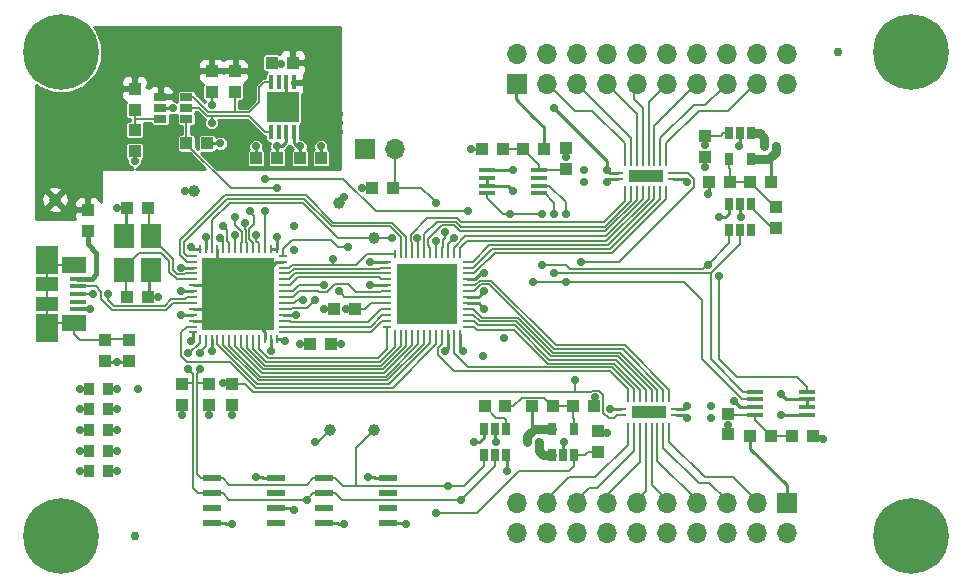
<source format=gtl>
G04 #@! TF.GenerationSoftware,KiCad,Pcbnew,5.0.0-rc1-44a33f2~62~ubuntu18.04.1*
G04 #@! TF.CreationDate,2018-04-18T04:45:03+00:00*
G04 #@! TF.ProjectId,glasgow,676C6173676F772E6B696361645F7063,rev?*
G04 #@! TF.SameCoordinates,Original*
G04 #@! TF.FileFunction,Copper,L1,Top,Signal*
G04 #@! TF.FilePolarity,Positive*
%FSLAX46Y46*%
G04 Gerber Fmt 4.6, Leading zero omitted, Abs format (unit mm)*
G04 Created by KiCad (PCBNEW 5.0.0-rc1-44a33f2~62~ubuntu18.04.1) date Wed Apr 18 04:45:03 2018*
%MOMM*%
%LPD*%
G01*
G04 APERTURE LIST*
%ADD10C,0.750000*%
%ADD11C,1.000000*%
%ADD12R,1.000000X0.995000*%
%ADD13R,1.450000X0.450000*%
%ADD14R,0.650000X1.060000*%
%ADD15R,0.995000X1.000000*%
%ADD16R,0.400000X1.260000*%
%ADD17R,2.800000X2.540000*%
%ADD18C,0.600000*%
%ADD19C,0.558800*%
%ADD20R,6.100000X6.100000*%
%ADD21R,0.280000X0.690000*%
%ADD22R,0.690000X0.280000*%
%ADD23R,0.820000X1.000000*%
%ADD24R,1.700000X1.700000*%
%ADD25O,1.700000X1.700000*%
%ADD26R,1.060000X0.650000*%
%ADD27R,2.900000X1.000000*%
%ADD28R,0.240000X0.900000*%
%ADD29R,0.900000X0.240000*%
%ADD30R,0.700000X0.250000*%
%ADD31R,0.250000X0.700000*%
%ADD32R,5.150000X5.150000*%
%ADD33R,1.550000X0.600000*%
%ADD34R,1.380000X0.450000*%
%ADD35R,2.100000X1.475000*%
%ADD36R,1.900000X2.375000*%
%ADD37R,1.900000X1.175000*%
%ADD38C,6.400000*%
%ADD39R,1.800000X2.100000*%
%ADD40C,0.700000*%
%ADD41C,0.160000*%
%ADD42C,0.250000*%
%ADD43C,0.750000*%
%ADD44C,0.450000*%
%ADD45C,0.254000*%
G04 APERTURE END LIST*
D10*
X119750000Y-75000000D03*
D11*
X80500000Y-90750000D03*
X80500000Y-107000000D03*
X76750000Y-107000000D03*
D12*
X110500000Y-105612500D03*
X110500000Y-107387500D03*
X96750000Y-83112500D03*
X96750000Y-84887500D03*
D13*
X117200000Y-103775000D03*
X117200000Y-104425000D03*
X117200000Y-105075000D03*
X117200000Y-105725000D03*
X112800000Y-105725000D03*
X112800000Y-105075000D03*
X112800000Y-104425000D03*
X112800000Y-103775000D03*
X94450000Y-86975000D03*
X94450000Y-86325000D03*
X94450000Y-85675000D03*
X94450000Y-85025000D03*
X90050000Y-85025000D03*
X90050000Y-85675000D03*
X90050000Y-86325000D03*
X90050000Y-86975000D03*
D14*
X112450000Y-84100000D03*
X110550000Y-84100000D03*
X110550000Y-81900000D03*
X111500000Y-81900000D03*
X112450000Y-81900000D03*
X95550000Y-106900000D03*
X97450000Y-106900000D03*
X97450000Y-109100000D03*
X96500000Y-109100000D03*
X95550000Y-109100000D03*
X91700000Y-106900000D03*
X90750000Y-106900000D03*
X89800000Y-106900000D03*
X89800000Y-109100000D03*
X91700000Y-109100000D03*
X90750000Y-109100000D03*
X112450000Y-87900000D03*
X111500000Y-87900000D03*
X110550000Y-87900000D03*
X110550000Y-90100000D03*
X112450000Y-90100000D03*
X111500000Y-90100000D03*
D15*
X110637500Y-86000000D03*
X108862500Y-86000000D03*
D12*
X108500000Y-82112500D03*
X108500000Y-83887500D03*
D15*
X94887500Y-83250000D03*
X93112500Y-83250000D03*
X89612500Y-83250000D03*
X91387500Y-83250000D03*
D12*
X114500000Y-88112500D03*
X114500000Y-89887500D03*
X99500000Y-107112500D03*
X99500000Y-108887500D03*
D15*
X114137500Y-86000000D03*
X112362500Y-86000000D03*
X114137500Y-107496000D03*
X112362500Y-107496000D03*
X115862500Y-107496000D03*
X117637500Y-107496000D03*
X91637500Y-105000000D03*
X89862500Y-105000000D03*
X95637500Y-105000000D03*
X93862500Y-105000000D03*
X97362500Y-105000000D03*
X99137500Y-105000000D03*
D16*
X72441581Y-81761916D03*
D17*
X72766581Y-79656916D03*
D16*
X73741581Y-81761916D03*
X73741581Y-77551916D03*
X71791581Y-77551916D03*
X73091581Y-81761916D03*
X71791581Y-81761916D03*
X73091581Y-77551916D03*
X72441581Y-77551916D03*
D18*
X73266581Y-79156916D03*
X73266581Y-80156916D03*
X72266581Y-80156916D03*
X72266581Y-79156916D03*
D19*
X66460000Y-98040000D03*
X67730000Y-98040000D03*
X69000000Y-98040000D03*
X70270000Y-98040000D03*
X71540000Y-98040000D03*
X71540000Y-96770000D03*
X70270000Y-96770000D03*
X69000000Y-96770000D03*
X67730000Y-96770000D03*
X66460000Y-96770000D03*
X66460000Y-92960000D03*
X67730000Y-92960000D03*
X69000000Y-92960000D03*
X70270000Y-92960000D03*
X71540000Y-92960000D03*
X71540000Y-94230000D03*
X70270000Y-94230000D03*
X69000000Y-94230000D03*
X67730000Y-94230000D03*
X66460000Y-94230000D03*
X66460000Y-95500000D03*
X67730000Y-95500000D03*
X71540000Y-95500000D03*
X70270000Y-95500000D03*
X69000000Y-95500000D03*
D20*
X69000000Y-95500000D03*
D21*
X65750000Y-91665000D03*
X66250000Y-91665000D03*
X66750000Y-91665000D03*
X67250000Y-91665000D03*
X67750000Y-91665000D03*
X68250000Y-91665000D03*
X68750000Y-91665000D03*
X69250000Y-91665000D03*
X69750000Y-91665000D03*
X70250000Y-91665000D03*
X70750000Y-91665000D03*
X71250000Y-91665000D03*
X71750000Y-91665000D03*
X72250000Y-91665000D03*
D22*
X72835000Y-92250000D03*
X72835000Y-92750000D03*
X72835000Y-93250000D03*
X72835000Y-93750000D03*
X72835000Y-94250000D03*
X72835000Y-94750000D03*
X72835000Y-95250000D03*
X72835000Y-95750000D03*
X72835000Y-96250000D03*
X72835000Y-96750000D03*
X72835000Y-97250000D03*
X72835000Y-97750000D03*
X72835000Y-98250000D03*
X72835000Y-98750000D03*
D21*
X72250000Y-99335000D03*
X71750000Y-99335000D03*
X71250000Y-99335000D03*
X70750000Y-99335000D03*
X70250000Y-99335000D03*
X69750000Y-99335000D03*
X69250000Y-99335000D03*
X68750000Y-99335000D03*
X68250000Y-99335000D03*
X67750000Y-99335000D03*
X67250000Y-99335000D03*
X66750000Y-99335000D03*
X66250000Y-99335000D03*
X65750000Y-99335000D03*
D22*
X65165000Y-98750000D03*
X65165000Y-98250000D03*
X65165000Y-97750000D03*
X65165000Y-97250000D03*
X65165000Y-96750000D03*
X65165000Y-96250000D03*
X65165000Y-95750000D03*
X65165000Y-95250000D03*
X65165000Y-94750000D03*
X65165000Y-94250000D03*
X65165000Y-93750000D03*
X65165000Y-93250000D03*
X65165000Y-92750000D03*
X65165000Y-92250000D03*
D11*
X65250000Y-86750000D03*
X53500000Y-87500000D03*
X77500000Y-87750000D03*
D23*
X56350000Y-110500000D03*
X57950000Y-110500000D03*
X57950000Y-108750000D03*
X56350000Y-108750000D03*
X56350000Y-107000000D03*
X57950000Y-107000000D03*
X57950000Y-105250000D03*
X56350000Y-105250000D03*
X56350000Y-103500000D03*
X57950000Y-103500000D03*
D15*
X75112500Y-99750000D03*
X76887500Y-99750000D03*
D12*
X68500000Y-103112500D03*
X68500000Y-104887500D03*
D24*
X79750000Y-83250000D03*
D25*
X82290000Y-83250000D03*
D15*
X82137500Y-86500000D03*
X80362500Y-86500000D03*
D12*
X56250000Y-90137500D03*
X56250000Y-88362500D03*
D15*
X77112500Y-96750000D03*
X78887500Y-96750000D03*
D12*
X66750000Y-76612500D03*
X66750000Y-78387500D03*
D15*
X72275000Y-84000000D03*
X70500000Y-84000000D03*
X76000000Y-84000000D03*
X74225000Y-84000000D03*
X73608081Y-75906916D03*
X71833081Y-75906916D03*
D26*
X62400000Y-78800000D03*
X62400000Y-79750000D03*
X62400000Y-80700000D03*
X64600000Y-80700000D03*
X64600000Y-78800000D03*
X64600000Y-79750000D03*
D15*
X64612500Y-82750000D03*
X66387500Y-82750000D03*
D12*
X60232324Y-78112500D03*
X60232324Y-79887500D03*
X60232324Y-83387500D03*
X60232324Y-81612500D03*
X68750000Y-78387500D03*
X68750000Y-76612500D03*
D25*
X115430000Y-75190000D03*
X115430000Y-77730000D03*
X112890000Y-75190000D03*
X112890000Y-77730000D03*
X110350000Y-75190000D03*
X110350000Y-77730000D03*
X107810000Y-75190000D03*
X107810000Y-77730000D03*
X105270000Y-75190000D03*
X105270000Y-77730000D03*
X102730000Y-75190000D03*
X102730000Y-77730000D03*
X100190000Y-75190000D03*
X100190000Y-77730000D03*
X97650000Y-75190000D03*
X97650000Y-77730000D03*
X95110000Y-75190000D03*
X95110000Y-77730000D03*
X92570000Y-75190000D03*
D24*
X92570000Y-77730000D03*
X115430000Y-113190000D03*
D25*
X115430000Y-115730000D03*
X112890000Y-113190000D03*
X112890000Y-115730000D03*
X110350000Y-113190000D03*
X110350000Y-115730000D03*
X107810000Y-113190000D03*
X107810000Y-115730000D03*
X105270000Y-113190000D03*
X105270000Y-115730000D03*
X102730000Y-113190000D03*
X102730000Y-115730000D03*
X100190000Y-113190000D03*
X100190000Y-115730000D03*
X97650000Y-113190000D03*
X97650000Y-115730000D03*
X95110000Y-113190000D03*
X95110000Y-115730000D03*
X92570000Y-113190000D03*
X92570000Y-115730000D03*
D27*
X103500000Y-85500000D03*
D28*
X105250000Y-84200000D03*
X104750000Y-84200000D03*
X104250000Y-84200000D03*
X103750000Y-84200000D03*
X103250000Y-84200000D03*
X102750000Y-84200000D03*
X102250000Y-84200000D03*
X101750000Y-84200000D03*
X105250000Y-86800000D03*
X104750000Y-86800000D03*
X104250000Y-86800000D03*
X103750000Y-86800000D03*
X103250000Y-86800000D03*
X102750000Y-86800000D03*
X102250000Y-86800000D03*
X101750000Y-86800000D03*
D29*
X105800000Y-85250000D03*
X105800000Y-85750000D03*
X101200000Y-85250000D03*
X101200000Y-85750000D03*
X106050000Y-105250000D03*
X106050000Y-105750000D03*
X101450000Y-105250000D03*
X101450000Y-105750000D03*
D28*
X105500000Y-104200000D03*
X105000000Y-104200000D03*
X104500000Y-104200000D03*
X104000000Y-104200000D03*
X103500000Y-104200000D03*
X103000000Y-104200000D03*
X102500000Y-104200000D03*
X102000000Y-104200000D03*
X105500000Y-106800000D03*
X105000000Y-106800000D03*
X104500000Y-106800000D03*
X104000000Y-106800000D03*
X103500000Y-106800000D03*
X103000000Y-106800000D03*
X102500000Y-106800000D03*
X102000000Y-106800000D03*
D27*
X103750000Y-105500000D03*
D30*
X81600000Y-92750000D03*
X81600000Y-93250000D03*
X81600000Y-93750000D03*
X81600000Y-94250000D03*
X81600000Y-94750000D03*
X81600000Y-95250000D03*
X81600000Y-95750000D03*
X81600000Y-96250000D03*
X81600000Y-96750000D03*
X81600000Y-97250000D03*
X81600000Y-97750000D03*
X81600000Y-98250000D03*
D31*
X82250000Y-98900000D03*
X82750000Y-98900000D03*
X83250000Y-98900000D03*
X83750000Y-98900000D03*
X84250000Y-98900000D03*
X84750000Y-98900000D03*
X85250000Y-98900000D03*
X85750000Y-98900000D03*
X86250000Y-98900000D03*
X86750000Y-98900000D03*
X87250000Y-98900000D03*
X87750000Y-98900000D03*
D30*
X88400000Y-98250000D03*
X88400000Y-97750000D03*
X88400000Y-97250000D03*
X88400000Y-96750000D03*
X88400000Y-96250000D03*
X88400000Y-95750000D03*
X88400000Y-95250000D03*
X88400000Y-94750000D03*
X88400000Y-94250000D03*
X88400000Y-93750000D03*
X88400000Y-93250000D03*
X88400000Y-92750000D03*
D31*
X87750000Y-92100000D03*
X87250000Y-92100000D03*
X86750000Y-92100000D03*
X86250000Y-92100000D03*
X85750000Y-92100000D03*
X85250000Y-92100000D03*
X84750000Y-92100000D03*
X84250000Y-92100000D03*
X83750000Y-92100000D03*
X83250000Y-92100000D03*
X82750000Y-92100000D03*
X82250000Y-92100000D03*
D32*
X85000000Y-95500000D03*
D33*
X66800000Y-114905000D03*
X66800000Y-113635000D03*
X66800000Y-112365000D03*
X66800000Y-111095000D03*
X72200000Y-111095000D03*
X72200000Y-112365000D03*
X72200000Y-113635000D03*
X72200000Y-114905000D03*
D34*
X55460000Y-94200000D03*
X55460000Y-94850000D03*
X55460000Y-95500000D03*
X55460000Y-96150000D03*
X55460000Y-96800000D03*
D35*
X55100000Y-93037500D03*
X55100000Y-97962500D03*
D36*
X52800000Y-92590000D03*
X52800000Y-98410000D03*
D37*
X52800000Y-94660000D03*
X52800000Y-96340000D03*
D12*
X59750000Y-101137500D03*
X59750000Y-99362500D03*
D15*
X59612500Y-95750000D03*
X61387500Y-95750000D03*
X59612500Y-88250000D03*
X61387500Y-88250000D03*
D12*
X57750000Y-99362500D03*
X57750000Y-101137500D03*
X66500000Y-104887500D03*
X66500000Y-103112500D03*
X64250000Y-103112500D03*
X64250000Y-104887500D03*
D38*
X54000000Y-116000000D03*
X54000000Y-75000000D03*
X126000000Y-75000000D03*
X126000000Y-116000000D03*
D39*
X61650000Y-93450000D03*
X61650000Y-90550000D03*
X59350000Y-90550000D03*
X59350000Y-93450000D03*
D33*
X81700000Y-114905000D03*
X81700000Y-113635000D03*
X81700000Y-112365000D03*
X81700000Y-111095000D03*
X76300000Y-111095000D03*
X76300000Y-112365000D03*
X76300000Y-113635000D03*
X76300000Y-114905000D03*
D10*
X60250000Y-116000000D03*
D40*
X109749990Y-94000000D03*
X108750000Y-93000000D03*
X72250000Y-90639998D03*
X100250000Y-107250000D03*
X64500000Y-86750000D03*
X74250000Y-83000000D03*
X88750000Y-83250002D03*
X91750000Y-110500000D03*
X89000000Y-108000000D03*
X76000000Y-83000000D03*
X70500000Y-83000000D03*
X75500000Y-107999994D03*
X72250000Y-86500000D03*
X77500000Y-95250000D03*
X76250000Y-94750000D03*
X70530055Y-90500000D03*
X78000000Y-87250000D03*
X72250000Y-83000000D03*
X86750000Y-111750000D03*
X94750000Y-93000000D03*
X92000000Y-88750000D03*
X86500000Y-90250000D03*
X94750000Y-88750000D03*
X74250000Y-99750000D03*
X90860002Y-108000000D03*
X115000000Y-105750000D03*
X107000000Y-105000000D03*
X108500000Y-84750000D03*
X111610002Y-89000000D03*
X100250000Y-86000000D03*
X92250000Y-85000000D03*
X89750000Y-100750000D03*
X60500000Y-103500000D03*
X68500000Y-105750000D03*
X66500000Y-105750000D03*
X64250000Y-105750000D03*
X76250000Y-96750000D03*
X96610002Y-108000000D03*
X99250000Y-104250000D03*
X118500000Y-107750000D03*
X110964870Y-104535130D03*
X115000000Y-104000000D03*
X110500000Y-106610002D03*
X109000000Y-105000000D03*
X109000000Y-106000000D03*
X108750000Y-87000000D03*
X96750000Y-83889998D03*
X111389998Y-83000000D03*
X109750000Y-89000000D03*
X98250000Y-85000000D03*
X98250000Y-86000000D03*
X92250000Y-86750000D03*
X91500000Y-99250000D03*
X55650000Y-110500000D03*
X55650000Y-108750000D03*
X71796041Y-100360012D03*
X79500000Y-86500000D03*
X67500000Y-82750000D03*
X66250000Y-90639998D03*
X64139998Y-93250000D03*
X64139998Y-95250000D03*
X64139998Y-97250000D03*
X66750000Y-100360002D03*
X73860002Y-97250000D03*
X73750000Y-89750000D03*
X80139998Y-92750000D03*
X89860002Y-93750000D03*
X88000000Y-100360002D03*
X86500000Y-100360002D03*
X55650000Y-107000002D03*
X55650000Y-105250002D03*
X55650000Y-103500002D03*
X100500000Y-105249998D03*
X60250000Y-84250000D03*
X87894999Y-112895001D03*
X74834999Y-112895001D03*
X95750000Y-93750000D03*
X87250000Y-90750000D03*
X95750000Y-88750000D03*
X94500000Y-108000000D03*
X77500000Y-81750000D03*
X77500000Y-80250000D03*
X77500000Y-81000000D03*
X113500000Y-83000000D03*
X78330010Y-91490604D03*
X72610579Y-76000000D03*
X63500000Y-79750000D03*
X87050002Y-96750000D03*
X86250000Y-97550002D03*
X73750000Y-91750000D03*
X87050000Y-97550000D03*
X87060000Y-95500000D03*
X65750000Y-100500000D03*
X65750000Y-101830010D03*
X85000000Y-97560000D03*
X82940000Y-97560000D03*
X85000000Y-95500000D03*
X82940000Y-95500000D03*
X87060000Y-93440000D03*
X85000000Y-93440000D03*
X82940000Y-93440000D03*
X56750000Y-95500000D03*
X58000000Y-95500000D03*
X78110002Y-96750000D03*
X107000000Y-106000000D03*
X95750000Y-79750000D03*
X100250000Y-85000000D03*
X89860002Y-96750000D03*
X78000000Y-115000000D03*
X68500000Y-115000000D03*
X73750000Y-113750000D03*
X83250000Y-115000000D03*
X107000000Y-86000000D03*
X80000000Y-111000000D03*
X70500000Y-111000000D03*
X56500000Y-96750000D03*
X58750000Y-88250000D03*
X62250000Y-95750000D03*
X65000000Y-99500000D03*
X65000000Y-91500000D03*
X73000000Y-99500000D03*
X58750000Y-101212500D03*
X64750000Y-100500000D03*
X64750000Y-101830010D03*
X80139998Y-94750000D03*
X89860044Y-95250000D03*
X66750000Y-81000000D03*
X66750000Y-79500000D03*
X74500000Y-96000016D03*
X70000000Y-88500000D03*
X68750000Y-90500000D03*
X68750000Y-89000000D03*
X69542346Y-89467060D03*
X67750000Y-103000000D03*
X67500000Y-90750000D03*
X75500000Y-96000000D03*
X77750000Y-99750000D03*
X67750000Y-89750000D03*
X85750000Y-114000000D03*
X71250000Y-85750000D03*
X71250000Y-88500000D03*
X84178928Y-90750000D03*
X82000000Y-90750000D03*
X77000000Y-92500000D03*
X85750000Y-87750000D03*
X85749993Y-91000007D03*
X58750000Y-105250000D03*
X58750000Y-110500000D03*
X58750000Y-108750000D03*
X58750000Y-107000000D03*
X58750000Y-103500000D03*
X97999974Y-92750000D03*
X97500000Y-102750000D03*
X94000000Y-94500000D03*
X96750000Y-88749992D03*
X96750000Y-94500000D03*
X108500000Y-82889998D03*
X88500000Y-88500000D03*
X114500000Y-83000000D03*
X93500000Y-108000000D03*
D41*
X117200000Y-103775000D02*
X117200000Y-103390000D01*
X117200000Y-103390000D02*
X116310000Y-102500000D01*
X109749990Y-94494974D02*
X109749990Y-94000000D01*
X116310000Y-102500000D02*
X111250000Y-102500000D01*
X111250000Y-102500000D02*
X109749990Y-100999990D01*
X109749990Y-100999990D02*
X109749990Y-94494974D01*
X108750000Y-93000000D02*
X110550000Y-91200000D01*
X110550000Y-91200000D02*
X110550000Y-90100000D01*
X108349999Y-93349999D02*
X108400001Y-93349999D01*
X108400001Y-93349999D02*
X108750000Y-93000000D01*
X94750000Y-93000000D02*
X96750000Y-93000000D01*
X97099999Y-93349999D02*
X108400001Y-93349999D01*
X96750000Y-93000000D02*
X97099999Y-93349999D01*
X90050000Y-86975000D02*
X90050000Y-87360000D01*
X90050000Y-87360000D02*
X91440000Y-88750000D01*
X91440000Y-88750000D02*
X91505026Y-88750000D01*
X91505026Y-88750000D02*
X92000000Y-88750000D01*
X89800000Y-110040000D02*
X88090000Y-111750000D01*
X89800000Y-109100000D02*
X89800000Y-110040000D01*
X88090000Y-111750000D02*
X87250000Y-111750000D01*
X80000000Y-107500000D02*
X80500000Y-107000000D01*
D42*
X71750000Y-91665000D02*
X72250000Y-91665000D01*
X72250000Y-91665000D02*
X72250000Y-90639998D01*
X100112500Y-107112500D02*
X100250000Y-107250000D01*
X65250000Y-86750000D02*
X64500000Y-86750000D01*
X73741581Y-82741581D02*
X74000000Y-83000000D01*
X73741581Y-81761916D02*
X73741581Y-82741581D01*
X74000000Y-83000000D02*
X74250000Y-83000000D01*
X74225000Y-83750000D02*
X74250000Y-83725000D01*
X74250000Y-83725000D02*
X74250000Y-83494974D01*
X74250000Y-83494974D02*
X74250000Y-83000000D01*
X91750000Y-109400000D02*
X91750000Y-110005026D01*
X91750000Y-110005026D02*
X91750000Y-110500000D01*
X91700000Y-109350000D02*
X91750000Y-109400000D01*
X89000000Y-108000000D02*
X89494974Y-108000000D01*
X89494974Y-108000000D02*
X89500000Y-107994974D01*
X89500000Y-107994974D02*
X89500000Y-107980000D01*
X76000000Y-83750000D02*
X76000000Y-83000000D01*
X70500000Y-83750000D02*
X70500000Y-83000000D01*
D41*
X111500000Y-91250000D02*
X111500000Y-90100000D01*
X95750000Y-87750000D02*
X94975000Y-86975000D01*
X95750000Y-88750000D02*
X95750000Y-87750000D01*
X94975000Y-86975000D02*
X94450000Y-86975000D01*
X109000000Y-101000000D02*
X109000000Y-93750000D01*
X90750000Y-109100000D02*
X90750000Y-110040000D01*
X90750000Y-110040000D02*
X87894999Y-112895001D01*
X76750000Y-107000000D02*
X75750006Y-107999994D01*
X75750006Y-107999994D02*
X75500000Y-107999994D01*
X64612500Y-82750000D02*
X64612500Y-82752500D01*
X64612500Y-82752500D02*
X68360000Y-86500000D01*
X71755026Y-86500000D02*
X72250000Y-86500000D01*
X68360000Y-86500000D02*
X71755026Y-86500000D01*
X72835000Y-91665000D02*
X73599999Y-90900001D01*
X73599999Y-90900001D02*
X76905027Y-90900001D01*
X77835036Y-91490604D02*
X78330010Y-91490604D01*
X72835000Y-92250000D02*
X72835000Y-91665000D01*
X76905027Y-90900001D02*
X77495630Y-91490604D01*
X77495630Y-91490604D02*
X77835036Y-91490604D01*
X63189989Y-93628410D02*
X63811579Y-94250000D01*
X63189989Y-92678409D02*
X63189989Y-93628410D01*
X62511580Y-92000000D02*
X63189989Y-92678409D01*
X60650000Y-92000000D02*
X62511580Y-92000000D01*
X59350000Y-93450000D02*
X59350000Y-93300000D01*
X59350000Y-93300000D02*
X60650000Y-92000000D01*
X63811579Y-94250000D02*
X64660000Y-94250000D01*
X64660000Y-94250000D02*
X65165000Y-94250000D01*
X64660000Y-92250000D02*
X64419999Y-92009999D01*
X82750000Y-90641596D02*
X82750000Y-91590000D01*
X65165000Y-92250000D02*
X64660000Y-92250000D01*
X64419999Y-91080001D02*
X68060011Y-87439989D01*
X76912574Y-89750000D02*
X81858404Y-89750000D01*
X68060011Y-87439989D02*
X74602563Y-87439989D01*
X64419999Y-92009999D02*
X64419999Y-91080001D01*
X74602563Y-87439989D02*
X76912574Y-89750000D01*
X81858404Y-89750000D02*
X82750000Y-90641596D01*
X82750000Y-91590000D02*
X82750000Y-92100000D01*
X83250000Y-90703175D02*
X81986814Y-89439989D01*
X83250000Y-92100000D02*
X83250000Y-90703175D01*
X81986814Y-89439989D02*
X77040984Y-89439989D01*
X77040984Y-89439989D02*
X74730973Y-87129978D01*
X64109988Y-92199988D02*
X64660000Y-92750000D01*
X64660000Y-92750000D02*
X65165000Y-92750000D01*
X64109988Y-90890012D02*
X64109988Y-92199988D01*
X67870022Y-87129978D02*
X64109988Y-90890012D01*
X74730973Y-87129978D02*
X67870022Y-87129978D01*
X75830002Y-95330002D02*
X76561596Y-95330002D01*
X74141598Y-95250000D02*
X75750000Y-95250000D01*
X76561596Y-95330002D02*
X77221599Y-94669999D01*
X75750000Y-95250000D02*
X75830002Y-95330002D01*
X72835000Y-95750000D02*
X73641598Y-95750000D01*
X73641598Y-95750000D02*
X74141598Y-95250000D01*
X77221599Y-94669999D02*
X78278402Y-94669998D01*
X78278402Y-94669998D02*
X78938405Y-95330001D01*
X81009999Y-95330001D02*
X81090000Y-95250000D01*
X78938405Y-95330001D02*
X81009999Y-95330001D01*
X81090000Y-95250000D02*
X81600000Y-95250000D01*
X77849999Y-95599999D02*
X77500000Y-95250000D01*
X81600000Y-95750000D02*
X78000000Y-95750000D01*
X78000000Y-95750000D02*
X77849999Y-95599999D01*
X75755026Y-94750000D02*
X76250000Y-94750000D01*
X74127027Y-94750000D02*
X75755026Y-94750000D01*
X73627027Y-95250000D02*
X74127027Y-94750000D01*
X72835000Y-95250000D02*
X73627027Y-95250000D01*
X70750000Y-91214919D02*
X70750000Y-91665000D01*
X70530055Y-90500000D02*
X70530055Y-90994974D01*
X70530055Y-90994974D02*
X70750000Y-91214919D01*
X70530055Y-90469965D02*
X70530055Y-90500000D01*
X102500000Y-104200000D02*
X102500000Y-103561579D01*
X87250000Y-100468404D02*
X87250000Y-99410000D01*
X96451061Y-101689989D02*
X88471585Y-101689989D01*
X100628488Y-101690067D02*
X96451139Y-101690067D01*
X88471585Y-101689989D02*
X87250000Y-100468404D01*
X102500000Y-103561579D02*
X100628488Y-101690067D01*
X87250000Y-99410000D02*
X87250000Y-98900000D01*
X96451139Y-101690067D02*
X96451061Y-101689989D01*
X86250000Y-99750000D02*
X86250000Y-98900000D01*
X85919986Y-100080014D02*
X86250000Y-99750000D01*
X85919986Y-100638392D02*
X85919986Y-100080014D01*
X102000000Y-104200000D02*
X102000000Y-103500000D01*
X102000000Y-103500000D02*
X100500078Y-102000078D01*
X100500078Y-102000078D02*
X96322729Y-102000078D01*
X87281594Y-102000000D02*
X85919986Y-100638392D01*
X96322729Y-102000078D02*
X96322651Y-102000000D01*
X96322651Y-102000000D02*
X87281594Y-102000000D01*
X105500000Y-108000000D02*
X108500000Y-111000000D01*
X108500000Y-111000000D02*
X110860000Y-111000000D01*
X105500000Y-106800000D02*
X105500000Y-108000000D01*
X110860000Y-111000000D02*
X112820000Y-112960000D01*
X108890000Y-111500000D02*
X108000000Y-111500000D01*
X110350000Y-112960000D02*
X108890000Y-111500000D01*
X108000000Y-111500000D02*
X105000000Y-108500000D01*
X105000000Y-107410000D02*
X105000000Y-106800000D01*
X105000000Y-108500000D02*
X105000000Y-107410000D01*
X104500000Y-106800000D02*
X104500000Y-109650000D01*
X104500000Y-109650000D02*
X107810000Y-112960000D01*
X104000000Y-106800000D02*
X104000000Y-111690000D01*
X104000000Y-111690000D02*
X105270000Y-112960000D01*
X103500000Y-106800000D02*
X103500000Y-112190000D01*
X103500000Y-112190000D02*
X102730000Y-112960000D01*
X102500000Y-108750000D02*
X99370001Y-111879999D01*
X97650000Y-112960000D02*
X98730001Y-111879999D01*
X98730001Y-111879999D02*
X99370001Y-111879999D01*
X98290000Y-112960000D02*
X97580000Y-112960000D01*
X102500000Y-106800000D02*
X102500000Y-108750000D01*
X102000000Y-108250000D02*
X99250000Y-111000000D01*
X102000000Y-106800000D02*
X102000000Y-108250000D01*
X99250000Y-111000000D02*
X97000000Y-111000000D01*
X97000000Y-111000000D02*
X95040000Y-112960000D01*
D42*
X77500000Y-87750000D02*
X78000000Y-87250000D01*
X73091581Y-82658419D02*
X72750000Y-83000000D01*
X73091581Y-81761916D02*
X73091581Y-82658419D01*
X72750000Y-83000000D02*
X72250000Y-83000000D01*
X72250000Y-83494974D02*
X72250000Y-83000000D01*
X72250000Y-83725000D02*
X72250000Y-83494974D01*
X72275000Y-83750000D02*
X72250000Y-83725000D01*
D41*
X87250000Y-111750000D02*
X84250000Y-111750000D01*
X86750000Y-111750000D02*
X87250000Y-111750000D01*
X79000000Y-111750000D02*
X84250000Y-111750000D01*
X77890000Y-111750000D02*
X79000000Y-111750000D01*
X79000000Y-111750000D02*
X79000000Y-108500000D01*
X79000000Y-108500000D02*
X80000000Y-107500000D01*
X76300000Y-111095000D02*
X77235000Y-111095000D01*
X77235000Y-111095000D02*
X77890000Y-111750000D01*
X92000000Y-88750000D02*
X94750000Y-88750000D01*
X86250000Y-91590000D02*
X86330008Y-91509992D01*
X86250000Y-92100000D02*
X86250000Y-91590000D01*
X86500000Y-90744974D02*
X86500000Y-90250000D01*
X86330008Y-90914966D02*
X86500000Y-90744974D01*
X86330008Y-91509992D02*
X86330008Y-90914966D01*
X65500000Y-104250000D02*
X65500000Y-103000000D01*
D42*
X75112500Y-99750000D02*
X74250000Y-99750000D01*
X99500000Y-107112500D02*
X100112500Y-107112500D01*
X90750000Y-106900000D02*
X90750000Y-107889998D01*
X90750000Y-107889998D02*
X90860002Y-108000000D01*
X115025000Y-105725000D02*
X115000000Y-105750000D01*
X117200000Y-105725000D02*
X115025000Y-105725000D01*
X106050000Y-105250000D02*
X106750000Y-105250000D01*
X106750000Y-105250000D02*
X107000000Y-105000000D01*
X108500000Y-83887500D02*
X108500000Y-84750000D01*
X111500000Y-88889998D02*
X111610002Y-89000000D01*
X111500000Y-87900000D02*
X111500000Y-88889998D01*
X100500000Y-85750000D02*
X100250000Y-86000000D01*
X101200000Y-85750000D02*
X100500000Y-85750000D01*
X92225000Y-85025000D02*
X92250000Y-85000000D01*
X90050000Y-85025000D02*
X92225000Y-85025000D01*
X68500000Y-104887500D02*
X68500000Y-105750000D01*
X66500000Y-104887500D02*
X66500000Y-105750000D01*
X64250000Y-104887500D02*
X64250000Y-105750000D01*
X77112500Y-96750000D02*
X76250000Y-96750000D01*
X89800000Y-106900000D02*
X89800000Y-107680000D01*
X89800000Y-107680000D02*
X89500000Y-107980000D01*
X96500000Y-109100000D02*
X96500000Y-108110002D01*
X96500000Y-108110002D02*
X96610002Y-108000000D01*
X99137500Y-104362500D02*
X99250000Y-104250000D01*
X99137500Y-105250000D02*
X99137500Y-104362500D01*
X117637500Y-107496000D02*
X118500000Y-107496000D01*
X111504740Y-105075000D02*
X111314869Y-104885129D01*
X111314869Y-104885129D02*
X110964870Y-104535130D01*
X112800000Y-105075000D02*
X111504740Y-105075000D01*
X117200000Y-104425000D02*
X115425000Y-104425000D01*
X115425000Y-104425000D02*
X115000000Y-104000000D01*
X117200000Y-104425000D02*
X117200000Y-105075000D01*
X110500000Y-107387500D02*
X110500000Y-106610002D01*
X108862500Y-86887500D02*
X108750000Y-87000000D01*
X108862500Y-86000000D02*
X108862500Y-86887500D01*
X96750000Y-83112500D02*
X96750000Y-83889998D01*
X111500000Y-82889998D02*
X111389998Y-83000000D01*
X111500000Y-81900000D02*
X111500000Y-82889998D01*
X110550000Y-87900000D02*
X110550000Y-88680000D01*
X110250000Y-88980000D02*
X110250000Y-89000000D01*
X110550000Y-88680000D02*
X110250000Y-88980000D01*
X109750000Y-89000000D02*
X110250000Y-89000000D01*
X89612500Y-83250000D02*
X88750000Y-83250000D01*
X91825000Y-86325000D02*
X92250000Y-86750000D01*
X90050000Y-86325000D02*
X91825000Y-86325000D01*
X90050000Y-85675000D02*
X90050000Y-86325000D01*
X73091581Y-77551916D02*
X73091581Y-78981916D01*
X73091581Y-78981916D02*
X73266581Y-79156916D01*
D41*
X65500000Y-110730000D02*
X65865000Y-111095000D01*
X65500000Y-104250000D02*
X65500000Y-110730000D01*
X65865000Y-111095000D02*
X66800000Y-111095000D01*
X65845000Y-111095000D02*
X66800000Y-111095000D01*
X65500000Y-110750000D02*
X65845000Y-111095000D01*
D42*
X71750000Y-99335000D02*
X71750000Y-100313971D01*
X71750000Y-100313971D02*
X71796041Y-100360012D01*
X80362500Y-86500000D02*
X79500000Y-86500000D01*
X66387500Y-82750000D02*
X67500000Y-82750000D01*
X66250000Y-91665000D02*
X66250000Y-90639998D01*
X65165000Y-93250000D02*
X64139998Y-93250000D01*
X65165000Y-95250000D02*
X64139998Y-95250000D01*
X65165000Y-97250000D02*
X64139998Y-97250000D01*
X66750000Y-99335000D02*
X66750000Y-100360002D01*
X72835000Y-97250000D02*
X73860002Y-97250000D01*
X81600000Y-92750000D02*
X80139998Y-92750000D01*
X88400000Y-94250000D02*
X89061129Y-94250000D01*
X89561129Y-93750000D02*
X89860002Y-93750000D01*
X89061129Y-94250000D02*
X89561129Y-93750000D01*
X87750000Y-98900000D02*
X87750000Y-100110002D01*
X87750000Y-100110002D02*
X88000000Y-100360002D01*
X86750000Y-98900000D02*
X86750000Y-100110002D01*
X86750000Y-100110002D02*
X86500000Y-100360002D01*
X56350000Y-110500000D02*
X55650000Y-110500000D01*
X56350000Y-108750000D02*
X55650000Y-108750000D01*
X56350000Y-107000000D02*
X55650000Y-107000000D01*
X56350000Y-105250000D02*
X55650000Y-105250000D01*
X56350000Y-103500000D02*
X55650000Y-103500000D01*
X101450000Y-105250000D02*
X100500002Y-105250000D01*
X100500002Y-105250000D02*
X100500000Y-105249998D01*
X60232324Y-84232324D02*
X60250000Y-84250000D01*
X60232324Y-83387500D02*
X60232324Y-84232324D01*
D41*
X76300000Y-112365000D02*
X77235000Y-112365000D01*
X77235000Y-112365000D02*
X77765001Y-112895001D01*
X77765001Y-112895001D02*
X87894999Y-112895001D01*
X111775000Y-103775000D02*
X109000000Y-101000000D01*
X112800000Y-103775000D02*
X111775000Y-103775000D01*
X109000000Y-93750000D02*
X111500000Y-91250000D01*
X95750000Y-93750000D02*
X109000000Y-93750000D01*
X86750000Y-92100000D02*
X86750000Y-91250000D01*
X86750000Y-91250000D02*
X86900001Y-91099999D01*
X86900001Y-91099999D02*
X87250000Y-90750000D01*
X65615000Y-112365000D02*
X65189990Y-111939990D01*
X66800000Y-112365000D02*
X65615000Y-112365000D01*
X65189990Y-111939990D02*
X65189990Y-103075000D01*
X65189990Y-103075000D02*
X65152490Y-103037500D01*
D43*
X94850000Y-109100000D02*
X94500000Y-108750000D01*
X95550000Y-109100000D02*
X94850000Y-109100000D01*
X94500000Y-108750000D02*
X94500000Y-108000000D01*
X113150000Y-81900000D02*
X113500000Y-82250000D01*
X113500000Y-82250000D02*
X113500000Y-83000000D01*
X112450000Y-81900000D02*
X113150000Y-81900000D01*
D41*
X55602500Y-99362500D02*
X57750000Y-99362500D01*
X55602500Y-99362500D02*
X55100000Y-98860000D01*
X55100000Y-98860000D02*
X55100000Y-97962500D01*
X73391550Y-94750000D02*
X74081539Y-94060011D01*
X72835000Y-94750000D02*
X73391550Y-94750000D01*
X74081539Y-94060011D02*
X80900011Y-94060011D01*
X81090000Y-94250000D02*
X81600000Y-94250000D01*
X80900011Y-94060011D02*
X81090000Y-94250000D01*
X81600000Y-93750000D02*
X73840000Y-93750000D01*
X73840000Y-93750000D02*
X73340000Y-94250000D01*
X73340000Y-94250000D02*
X72835000Y-94250000D01*
X72835000Y-93750000D02*
X73340000Y-93750000D01*
X73340000Y-93750000D02*
X73710022Y-93379978D01*
X81090000Y-93250000D02*
X81600000Y-93250000D01*
X80960022Y-93379978D02*
X81090000Y-93250000D01*
X73710022Y-93379978D02*
X80960022Y-93379978D01*
D42*
X72517495Y-75906916D02*
X72610579Y-76000000D01*
X71833081Y-75906916D02*
X72517495Y-75906916D01*
X62400000Y-79750000D02*
X63500000Y-79750000D01*
D41*
X65500000Y-102250000D02*
X65500000Y-103000000D01*
X66500000Y-103037500D02*
X65537500Y-103037500D01*
X65537500Y-103037500D02*
X65500000Y-103000000D01*
X65750000Y-101830010D02*
X65750000Y-102000000D01*
X65750000Y-102000000D02*
X65500000Y-102250000D01*
X66250000Y-99891598D02*
X65750000Y-100391598D01*
X65750000Y-100391598D02*
X65750000Y-100500000D01*
X66250000Y-99335000D02*
X66250000Y-99891598D01*
X66800000Y-111095000D02*
X67735000Y-111095000D01*
X67735000Y-111095000D02*
X68265001Y-111625001D01*
X68265001Y-111625001D02*
X74834999Y-111625001D01*
X75365000Y-111095000D02*
X76300000Y-111095000D01*
X74834999Y-111625001D02*
X75365000Y-111095000D01*
X64612500Y-82750000D02*
X64612500Y-80712500D01*
X64612500Y-80712500D02*
X64600000Y-80700000D01*
X64660000Y-95750000D02*
X65165000Y-95750000D01*
X58000000Y-96000000D02*
X58480001Y-96480001D01*
X64499991Y-95910009D02*
X64660000Y-95750000D01*
X58000000Y-95500000D02*
X58000000Y-96000000D01*
X62789181Y-96480001D02*
X63359172Y-95910009D01*
X58480001Y-96480001D02*
X62789181Y-96480001D01*
X63359172Y-95910009D02*
X64499991Y-95910009D01*
X55460000Y-95500000D02*
X56750000Y-95500000D01*
X63500000Y-93500000D02*
X63830001Y-93830001D01*
X61650000Y-90550000D02*
X61650000Y-90700000D01*
X61650000Y-90700000D02*
X63500000Y-92550000D01*
X63830001Y-93830001D02*
X64418399Y-93830001D01*
X63500000Y-92550000D02*
X63500000Y-93500000D01*
X64418399Y-93830001D02*
X64498400Y-93750000D01*
X64498400Y-93750000D02*
X65165000Y-93750000D01*
X64660000Y-96250000D02*
X65165000Y-96250000D01*
X62930009Y-96819992D02*
X63500001Y-96250000D01*
X58339173Y-96819992D02*
X62930009Y-96819992D01*
X57419999Y-95311595D02*
X57419999Y-95900818D01*
X55460000Y-94850000D02*
X56958404Y-94850000D01*
X56958404Y-94850000D02*
X57419999Y-95311595D01*
X57419999Y-95900818D02*
X58339173Y-96819992D01*
X63500001Y-96250000D02*
X64660000Y-96250000D01*
X85250000Y-99410000D02*
X85250000Y-98900000D01*
X67250000Y-99741329D02*
X70618752Y-103110081D01*
X85250000Y-99630526D02*
X85250000Y-99410000D01*
X67250000Y-99335000D02*
X67250000Y-99741329D01*
X70618752Y-103110081D02*
X81770445Y-103110081D01*
X81770445Y-103110081D02*
X85250000Y-99630526D01*
X67750000Y-99335000D02*
X67750000Y-99802920D01*
X70747150Y-102800070D02*
X81642035Y-102800070D01*
X84750000Y-99692105D02*
X84750000Y-99410000D01*
X81642035Y-102800070D02*
X84750000Y-99692105D01*
X67750000Y-99802920D02*
X70747150Y-102800070D01*
X84750000Y-99410000D02*
X84750000Y-98900000D01*
X81513625Y-102490059D02*
X84250000Y-99753684D01*
X70875560Y-102490059D02*
X81513625Y-102490059D01*
X68250000Y-99335000D02*
X68250000Y-99864499D01*
X84250000Y-99410000D02*
X84250000Y-98900000D01*
X68250000Y-99864499D02*
X70875560Y-102490059D01*
X84250000Y-99753684D02*
X84250000Y-99410000D01*
X83750000Y-99815263D02*
X83750000Y-99410000D01*
X71003970Y-102180048D02*
X81385215Y-102180048D01*
X83750000Y-99410000D02*
X83750000Y-98900000D01*
X68750000Y-99926078D02*
X71003970Y-102180048D01*
X81385215Y-102180048D02*
X83750000Y-99815263D01*
X68750000Y-99335000D02*
X68750000Y-99926078D01*
X83250000Y-99876842D02*
X83250000Y-99410000D01*
X81256805Y-101870037D02*
X83250000Y-99876842D01*
X71132392Y-101870037D02*
X81256805Y-101870037D01*
X69250000Y-99987645D02*
X71132392Y-101870037D01*
X69250000Y-99335000D02*
X69250000Y-99987645D01*
X83250000Y-99410000D02*
X83250000Y-98900000D01*
X69750000Y-99335000D02*
X69750000Y-100049217D01*
X82750000Y-99410000D02*
X82750000Y-98900000D01*
X71260809Y-101560026D02*
X81128395Y-101560026D01*
X69750000Y-100049217D02*
X71260809Y-101560026D01*
X82750000Y-99938421D02*
X82750000Y-99410000D01*
X81128395Y-101560026D02*
X82750000Y-99938421D01*
X70250000Y-99335000D02*
X70250000Y-100110796D01*
X82250000Y-99410000D02*
X82250000Y-98900000D01*
X82250000Y-100000000D02*
X82250000Y-99410000D01*
X70250000Y-100110796D02*
X71389219Y-101250015D01*
X80999985Y-101250015D02*
X82250000Y-100000000D01*
X71389219Y-101250015D02*
X80999985Y-101250015D01*
X80809996Y-100940004D02*
X81600000Y-100150000D01*
X72074453Y-100940004D02*
X80809996Y-100940004D01*
X81600000Y-100150000D02*
X81600000Y-98250000D01*
X72074443Y-100940014D02*
X72074453Y-100940004D01*
X70750000Y-99335000D02*
X70750000Y-100172375D01*
X71517639Y-100940014D02*
X72074443Y-100940014D01*
X70750000Y-100172375D02*
X71517639Y-100940014D01*
X78887500Y-96750000D02*
X78110002Y-96750000D01*
X80250000Y-96250000D02*
X79750000Y-96750000D01*
X79750000Y-96750000D02*
X78637500Y-96750000D01*
X81600000Y-96250000D02*
X80250000Y-96250000D01*
X95876746Y-99829923D02*
X90406811Y-94359988D01*
X97221599Y-99830001D02*
X97221521Y-99829923D01*
X89453201Y-94359988D02*
X89063189Y-94750000D01*
X90406811Y-94359988D02*
X89453201Y-94359988D01*
X101740001Y-99830001D02*
X97221599Y-99830001D01*
X105500000Y-103590000D02*
X101740001Y-99830001D01*
X105500000Y-104200000D02*
X105500000Y-103590000D01*
X89063189Y-94750000D02*
X88910000Y-94750000D01*
X88910000Y-94750000D02*
X88400000Y-94750000D01*
X97221521Y-99829923D02*
X95876746Y-99829923D01*
X105000000Y-103590000D02*
X105000000Y-104200000D01*
X95748336Y-100139934D02*
X97093111Y-100139934D01*
X90278401Y-94669999D02*
X95748336Y-100139934D01*
X101550012Y-100140012D02*
X105000000Y-103590000D01*
X97093111Y-100139934D02*
X97093189Y-100140012D01*
X97093189Y-100140012D02*
X101550012Y-100140012D01*
X89581611Y-94669999D02*
X90278401Y-94669999D01*
X88400000Y-95250000D02*
X89001610Y-95250000D01*
X89001610Y-95250000D02*
X89581611Y-94669999D01*
X104500000Y-104200000D02*
X104500000Y-103590000D01*
X101360023Y-100450023D02*
X96964779Y-100450023D01*
X92669981Y-97500000D02*
X89660000Y-97500000D01*
X89660000Y-97500000D02*
X88910000Y-96750000D01*
X96964779Y-100450023D02*
X96964701Y-100449945D01*
X96964701Y-100449945D02*
X95619926Y-100449945D01*
X95619926Y-100449945D02*
X92669981Y-97500000D01*
X104500000Y-103590000D02*
X101360023Y-100450023D01*
X88910000Y-96750000D02*
X88400000Y-96750000D01*
X96836369Y-100760034D02*
X96836291Y-100759956D01*
X101170034Y-100760034D02*
X96836369Y-100760034D01*
X89470011Y-97810011D02*
X88910000Y-97250000D01*
X104000000Y-103590000D02*
X101170034Y-100760034D01*
X96836291Y-100759956D02*
X95491516Y-100759956D01*
X95491516Y-100759956D02*
X92541571Y-97810011D01*
X104000000Y-104200000D02*
X104000000Y-103590000D01*
X92541571Y-97810011D02*
X89470011Y-97810011D01*
X88910000Y-97250000D02*
X88400000Y-97250000D01*
X103500000Y-103590000D02*
X100980045Y-101070045D01*
X100980045Y-101070045D02*
X96707959Y-101070045D01*
X88938421Y-97750000D02*
X88910000Y-97750000D01*
X89308443Y-98120022D02*
X88938421Y-97750000D01*
X96707881Y-101069967D02*
X95363106Y-101069967D01*
X96707959Y-101070045D02*
X96707881Y-101069967D01*
X92413161Y-98120022D02*
X89308443Y-98120022D01*
X103500000Y-104200000D02*
X103500000Y-103590000D01*
X88910000Y-97750000D02*
X88400000Y-97750000D01*
X95363106Y-101069967D02*
X92413161Y-98120022D01*
X95234696Y-101379978D02*
X92354718Y-98500000D01*
X96579549Y-101380056D02*
X96579471Y-101379978D01*
X96579471Y-101379978D02*
X95234696Y-101379978D01*
X103000000Y-103590000D02*
X100790056Y-101380056D01*
X100790056Y-101380056D02*
X96579549Y-101380056D01*
X103000000Y-104200000D02*
X103000000Y-103590000D01*
X92354718Y-98500000D02*
X89250000Y-98500000D01*
X89250000Y-98500000D02*
X89000000Y-98250000D01*
X89000000Y-98250000D02*
X88400000Y-98250000D01*
X100660000Y-92000000D02*
X105250000Y-87410000D01*
X105250000Y-87410000D02*
X105250000Y-86800000D01*
X88400000Y-93750000D02*
X89001598Y-93750000D01*
X89001598Y-93750000D02*
X90751598Y-92000000D01*
X90751598Y-92000000D02*
X100660000Y-92000000D01*
X90470011Y-91689989D02*
X88910000Y-93250000D01*
X88910000Y-93250000D02*
X88400000Y-93250000D01*
X100470011Y-91689989D02*
X90470011Y-91689989D01*
X104750000Y-87410000D02*
X100470011Y-91689989D01*
X104750000Y-86800000D02*
X104750000Y-87410000D01*
X104250000Y-86800000D02*
X104250000Y-87410000D01*
X104250000Y-87410000D02*
X100280022Y-91379978D01*
X88910000Y-92750000D02*
X88400000Y-92750000D01*
X100280022Y-91379978D02*
X90280022Y-91379978D01*
X90280022Y-91379978D02*
X88910000Y-92750000D01*
X100160000Y-91000000D02*
X103750000Y-87410000D01*
X88340000Y-91000000D02*
X100160000Y-91000000D01*
X87750000Y-92100000D02*
X87750000Y-91590000D01*
X87750000Y-91590000D02*
X88340000Y-91000000D01*
X103750000Y-87410000D02*
X103750000Y-86800000D01*
X103250000Y-87410000D02*
X103250000Y-86800000D01*
X103250000Y-87465263D02*
X103250000Y-87410000D01*
X88240000Y-90600000D02*
X100115263Y-90600000D01*
X87250000Y-92100000D02*
X87250000Y-91590000D01*
X100115263Y-90600000D02*
X103250000Y-87465263D01*
X87250000Y-91590000D02*
X88240000Y-90600000D01*
X102750000Y-87410000D02*
X102750000Y-86800000D01*
X86221598Y-89669998D02*
X87278402Y-89669998D01*
X85250000Y-92100000D02*
X85250000Y-91560502D01*
X85068949Y-91379451D02*
X85068949Y-90822647D01*
X100076841Y-90200000D02*
X102750000Y-87526841D01*
X87808404Y-90200000D02*
X100076841Y-90200000D01*
X85250000Y-91560502D02*
X85068949Y-91379451D01*
X85068949Y-90822647D02*
X86221598Y-89669998D01*
X87278402Y-89669998D02*
X87808404Y-90200000D01*
X102750000Y-87526841D02*
X102750000Y-87410000D01*
X87846824Y-89800000D02*
X100038420Y-89800000D01*
X100038420Y-89800000D02*
X102250000Y-87588420D01*
X84758938Y-90444237D02*
X85843188Y-89359987D01*
X84750000Y-91590000D02*
X84758938Y-91581062D01*
X84758938Y-91581062D02*
X84758938Y-90444237D01*
X87406811Y-89359987D02*
X87846824Y-89800000D01*
X85843188Y-89359987D02*
X87406811Y-89359987D01*
X102250000Y-87588420D02*
X102250000Y-87410000D01*
X84750000Y-92100000D02*
X84750000Y-91590000D01*
X102250000Y-87410000D02*
X102250000Y-86800000D01*
X83598927Y-91028401D02*
X83598927Y-90471599D01*
X83598927Y-90471599D02*
X85020550Y-89049976D01*
X83750000Y-92100000D02*
X83750000Y-91179474D01*
X83750000Y-91179474D02*
X83598927Y-91028401D01*
X85020550Y-89049976D02*
X87535222Y-89049976D01*
X87535222Y-89049976D02*
X87885246Y-89400000D01*
X87885246Y-89400000D02*
X99300000Y-89400000D01*
X105250000Y-82750000D02*
X108000000Y-80000000D01*
X105250000Y-84200000D02*
X105250000Y-82750000D01*
X108000000Y-80000000D02*
X110500000Y-80000000D01*
X110500000Y-80000000D02*
X112460000Y-78040000D01*
X112460000Y-78040000D02*
X112570000Y-78040000D01*
X104750000Y-82311579D02*
X107561579Y-79500000D01*
X104750000Y-84200000D02*
X104750000Y-82311579D01*
X107561579Y-79500000D02*
X108570000Y-79500000D01*
X108570000Y-79500000D02*
X110030000Y-78040000D01*
X104250000Y-81250000D02*
X107460000Y-78040000D01*
X104250000Y-84200000D02*
X104250000Y-81250000D01*
X107460000Y-78040000D02*
X107490000Y-78040000D01*
X103750000Y-79250000D02*
X104950000Y-78050000D01*
X103750000Y-84200000D02*
X103750000Y-79250000D01*
X104950000Y-78050000D02*
X104950000Y-78040000D01*
X103250000Y-79750000D02*
X102500000Y-79000000D01*
X103250000Y-84200000D02*
X103250000Y-79750000D01*
X102500000Y-79000000D02*
X102500000Y-78130000D01*
X102500000Y-78130000D02*
X102410000Y-78040000D01*
X102750000Y-80250000D02*
X100540000Y-78040000D01*
X102750000Y-84200000D02*
X102750000Y-80250000D01*
X100540000Y-78040000D02*
X99870000Y-78040000D01*
X102250000Y-82250000D02*
X98040000Y-78040000D01*
X102250000Y-84200000D02*
X102250000Y-82250000D01*
X98040000Y-78040000D02*
X97330000Y-78040000D01*
X101750000Y-82750000D02*
X99000000Y-80000000D01*
X101750000Y-84200000D02*
X101750000Y-82750000D01*
X99000000Y-80000000D02*
X97500000Y-80000000D01*
X97500000Y-80000000D02*
X95540000Y-78040000D01*
X95540000Y-78040000D02*
X94790000Y-78040000D01*
D42*
X115430000Y-113190000D02*
X115430000Y-111680000D01*
X115430000Y-111680000D02*
X112362500Y-108612500D01*
X112362500Y-107496000D02*
X112362500Y-108612500D01*
X106050000Y-105750000D02*
X106750000Y-105750000D01*
X106750000Y-105750000D02*
X107000000Y-106000000D01*
X94887500Y-82500000D02*
X94887500Y-83250000D01*
X92500000Y-79000000D02*
X92500000Y-78290000D01*
X94000000Y-80500000D02*
X92500000Y-79000000D01*
X92500000Y-78290000D02*
X92250000Y-78040000D01*
X100250000Y-85000000D02*
X100250000Y-84250000D01*
X100250000Y-84250000D02*
X95750000Y-79750000D01*
X100500000Y-85250000D02*
X100250000Y-85000000D01*
X101200000Y-85250000D02*
X100500000Y-85250000D01*
X94887500Y-81387500D02*
X94000000Y-80500000D01*
X94887500Y-82500000D02*
X94887500Y-81387500D01*
X88400000Y-96250000D02*
X89360002Y-96250000D01*
X89360002Y-96250000D02*
X89860002Y-96750000D01*
X77405000Y-114905000D02*
X77500000Y-115000000D01*
X77500000Y-115000000D02*
X78000000Y-115000000D01*
X76300000Y-114905000D02*
X77405000Y-114905000D01*
X67905000Y-114905000D02*
X68000000Y-115000000D01*
X68000000Y-115000000D02*
X68500000Y-115000000D01*
X66800000Y-114905000D02*
X67905000Y-114905000D01*
X73635000Y-113635000D02*
X73750000Y-113750000D01*
X72200000Y-113635000D02*
X73635000Y-113635000D01*
X83155000Y-114905000D02*
X83250000Y-115000000D01*
X81700000Y-114905000D02*
X83155000Y-114905000D01*
X105800000Y-85750000D02*
X107000000Y-85750000D01*
X71000000Y-98490000D02*
X71000000Y-95500000D01*
X71250000Y-99335000D02*
X71250000Y-98740000D01*
X71250000Y-98740000D02*
X71000000Y-98490000D01*
X80595000Y-111095000D02*
X80500000Y-111000000D01*
X80500000Y-111000000D02*
X80000000Y-111000000D01*
X81700000Y-111095000D02*
X80595000Y-111095000D01*
X71095000Y-111095000D02*
X71000000Y-111000000D01*
X71000000Y-111000000D02*
X70500000Y-111000000D01*
X72200000Y-111095000D02*
X71095000Y-111095000D01*
X56450000Y-96800000D02*
X56500000Y-96750000D01*
X55460000Y-96800000D02*
X56450000Y-96800000D01*
X59537500Y-88250000D02*
X58750000Y-88250000D01*
X61462500Y-95750000D02*
X62250000Y-95750000D01*
X61462500Y-95750000D02*
X61462500Y-93637500D01*
X61462500Y-93637500D02*
X61650000Y-93450000D01*
X59537500Y-88250000D02*
X59537500Y-90362500D01*
X59537500Y-90362500D02*
X59350000Y-90550000D01*
X65165000Y-99335000D02*
X65000000Y-99500000D01*
X65165000Y-98750000D02*
X65165000Y-99335000D01*
X65165000Y-91665000D02*
X65000000Y-91500000D01*
X65750000Y-91665000D02*
X65165000Y-91665000D01*
X72835000Y-99335000D02*
X73000000Y-99500000D01*
X72250000Y-99335000D02*
X72835000Y-99335000D01*
X72835000Y-92750000D02*
X72240000Y-92750000D01*
X72240000Y-92750000D02*
X71740000Y-93250000D01*
X71740000Y-93250000D02*
X71000000Y-93250000D01*
X67250000Y-91665000D02*
X67250000Y-93000000D01*
X65165000Y-97750000D02*
X67000000Y-97750000D01*
X65165000Y-96750000D02*
X65760000Y-96750000D01*
X65760000Y-96750000D02*
X67000000Y-96750000D01*
X65165000Y-94750000D02*
X67000000Y-94750000D01*
X57750000Y-101212500D02*
X58750000Y-101212500D01*
X58750000Y-101212500D02*
X59750000Y-101212500D01*
D41*
X65189990Y-103000000D02*
X65189990Y-102270000D01*
X65152490Y-103037500D02*
X65189990Y-103000000D01*
X64250000Y-103037500D02*
X65152490Y-103037500D01*
X65189990Y-102270000D02*
X64750000Y-101830010D01*
X64858402Y-100500000D02*
X64750000Y-100500000D01*
X65750000Y-99335000D02*
X65750000Y-99608402D01*
X65750000Y-99608402D02*
X64858402Y-100500000D01*
X66800000Y-112365000D02*
X67735000Y-112365000D01*
X67735000Y-112365000D02*
X68265001Y-112895001D01*
X68265001Y-112895001D02*
X74834999Y-112895001D01*
X74834999Y-112895001D02*
X75365000Y-112365000D01*
X75365000Y-112365000D02*
X76300000Y-112365000D01*
X55100000Y-97962500D02*
X53247500Y-97962500D01*
X53247500Y-97962500D02*
X52800000Y-98410000D01*
X55100000Y-93037500D02*
X53247500Y-93037500D01*
X53247500Y-93037500D02*
X52800000Y-92590000D01*
X52800000Y-94660000D02*
X52800000Y-92590000D01*
X52800000Y-96340000D02*
X52800000Y-94660000D01*
X52800000Y-98410000D02*
X52800000Y-96340000D01*
X52750000Y-98460000D02*
X52800000Y-98410000D01*
X59750000Y-99287500D02*
X57750000Y-99287500D01*
X61462500Y-88250000D02*
X61462500Y-90362500D01*
X61462500Y-90362500D02*
X61650000Y-90550000D01*
X59537500Y-95750000D02*
X59537500Y-93637500D01*
X59537500Y-93637500D02*
X59350000Y-93450000D01*
X72835000Y-98750000D02*
X80210998Y-98750000D01*
X80210998Y-98750000D02*
X81210998Y-97750000D01*
X81210998Y-97750000D02*
X81600000Y-97750000D01*
X72835000Y-98250000D02*
X80210998Y-98250000D01*
X80210998Y-98250000D02*
X81210998Y-97250000D01*
X81210998Y-97250000D02*
X81600000Y-97250000D01*
X72835000Y-97750000D02*
X73391598Y-97750000D01*
X73391598Y-97750000D02*
X73471599Y-97830001D01*
X80009999Y-97830001D02*
X81090000Y-96750000D01*
X81090000Y-96750000D02*
X81600000Y-96750000D01*
X73471599Y-97830001D02*
X80009999Y-97830001D01*
X99300000Y-89400000D02*
X99400000Y-89400000D01*
X101750000Y-87650000D02*
X100000000Y-89400000D01*
X100000000Y-89400000D02*
X99300000Y-89400000D01*
X101750000Y-86800000D02*
X101750000Y-87650000D01*
X102660000Y-112590000D02*
X102660000Y-112960000D01*
X103000000Y-109750000D02*
X100120000Y-112630000D01*
X103000000Y-106800000D02*
X103000000Y-109750000D01*
X100120000Y-112630000D02*
X100120000Y-112960000D01*
D42*
X81600000Y-94750000D02*
X80139998Y-94750000D01*
X89510045Y-95599999D02*
X89860044Y-95250000D01*
X89360044Y-95750000D02*
X89510045Y-95599999D01*
X88400000Y-95750000D02*
X89360044Y-95750000D01*
D41*
X69919999Y-80080001D02*
X70750000Y-79250000D01*
X70750000Y-79250000D02*
X70750000Y-78000000D01*
X68750000Y-80080001D02*
X69919999Y-80080001D01*
X70750000Y-78000000D02*
X71198084Y-77551916D01*
X71198084Y-77551916D02*
X71791581Y-77551916D01*
X66471599Y-80080001D02*
X68750000Y-80080001D01*
X68750000Y-78637500D02*
X68750000Y-80080001D01*
X64600000Y-78800000D02*
X65191598Y-78800000D01*
X65191598Y-78800000D02*
X66471599Y-80080001D01*
X66750000Y-80390013D02*
X69890013Y-80390013D01*
X66343188Y-80390013D02*
X66750000Y-80390013D01*
X66750000Y-81000000D02*
X66750000Y-80390013D01*
X71261916Y-81761916D02*
X71421581Y-81761916D01*
X64600000Y-79750000D02*
X65703175Y-79750000D01*
X71421581Y-81761916D02*
X71791581Y-81761916D01*
X69890013Y-80390013D02*
X71261916Y-81761916D01*
X65703175Y-79750000D02*
X66343188Y-80390013D01*
X66750000Y-78637500D02*
X66750000Y-79500000D01*
X62400000Y-80700000D02*
X60259660Y-80700000D01*
X60259660Y-80700000D02*
X60232324Y-80672664D01*
X60232324Y-80877664D02*
X60232324Y-81740164D01*
X60232324Y-80672664D02*
X60232324Y-80877664D01*
X60232324Y-80015164D02*
X60232324Y-80672664D01*
X64641596Y-101250000D02*
X64169998Y-100778402D01*
X85750000Y-98900000D02*
X85750000Y-99750000D01*
X68320257Y-101250000D02*
X64641596Y-101250000D01*
X70490349Y-103420092D02*
X68320257Y-101250000D01*
X64169998Y-100778402D02*
X64169998Y-98740002D01*
X64660000Y-98250000D02*
X65165000Y-98250000D01*
X82079908Y-103420092D02*
X70490349Y-103420092D01*
X85750000Y-99750000D02*
X82079908Y-103420092D01*
X64169998Y-98740002D02*
X64660000Y-98250000D01*
X73755042Y-96250000D02*
X72835000Y-96250000D01*
X74500000Y-96000016D02*
X74005026Y-96000016D01*
X74005026Y-96000016D02*
X73755042Y-96250000D01*
D44*
X56600000Y-94200000D02*
X57000000Y-93800000D01*
X55460000Y-94200000D02*
X56600000Y-94200000D01*
X57000000Y-93800000D02*
X57000000Y-92000000D01*
X57000000Y-92000000D02*
X56250000Y-91250000D01*
X56250000Y-91250000D02*
X56250000Y-90137500D01*
D41*
X82290000Y-83250000D02*
X82290000Y-86347500D01*
X82290000Y-86347500D02*
X82137500Y-86500000D01*
X70349999Y-89564803D02*
X69950029Y-89964773D01*
X69950029Y-89964773D02*
X69950023Y-90049831D01*
X69950023Y-90049831D02*
X69950023Y-90860023D01*
X69950023Y-90860023D02*
X70250000Y-91160000D01*
X70250000Y-91160000D02*
X70250000Y-91665000D01*
X70349999Y-88849999D02*
X70349999Y-89564803D01*
X70000000Y-88500000D02*
X70349999Y-88849999D01*
X68750000Y-91000000D02*
X68750000Y-91665000D01*
X68750000Y-90500000D02*
X68750000Y-91000000D01*
X69250000Y-91160000D02*
X69250000Y-91665000D01*
X69330001Y-91079999D02*
X69250000Y-91160000D01*
X68750000Y-89641598D02*
X69330001Y-90221599D01*
X68750000Y-89000000D02*
X68750000Y-89641598D01*
X69330001Y-90221599D02*
X69330001Y-91079999D01*
X69750000Y-91160000D02*
X69750000Y-91665000D01*
X69640012Y-91050012D02*
X69750000Y-91160000D01*
X69640012Y-90059700D02*
X69640012Y-91050012D01*
X69542346Y-89962034D02*
X69640012Y-90059700D01*
X69542346Y-89467060D02*
X69542346Y-89962034D01*
X107108402Y-85250000D02*
X107580001Y-85721599D01*
X107580001Y-86414965D02*
X101244966Y-92750000D01*
X105800000Y-85250000D02*
X107108402Y-85250000D01*
X101244966Y-92750000D02*
X101000000Y-92750000D01*
X107580001Y-85721599D02*
X107580001Y-86414965D01*
X99919999Y-105528399D02*
X99919999Y-104061597D01*
X100840000Y-106030000D02*
X100421600Y-106030000D01*
X98891598Y-103750000D02*
X97500000Y-103750000D01*
X100421600Y-106030000D02*
X99919999Y-105528399D01*
X101450000Y-105750000D02*
X101120000Y-105750000D01*
X99919999Y-104061597D02*
X99528401Y-103669999D01*
X101120000Y-105750000D02*
X100840000Y-106030000D01*
X99528401Y-103669999D02*
X98971599Y-103669999D01*
X98971599Y-103669999D02*
X98891598Y-103750000D01*
X68500000Y-103112500D02*
X67840000Y-103112500D01*
X67840000Y-103112500D02*
X67750000Y-103022500D01*
X67750000Y-103022500D02*
X67750000Y-103000000D01*
X67750000Y-91000000D02*
X67500000Y-90750000D01*
X67750000Y-91665000D02*
X67750000Y-91000000D01*
X73501600Y-96750000D02*
X73581601Y-96669999D01*
X74830001Y-96669999D02*
X75500000Y-96000000D01*
X72835000Y-96750000D02*
X73501600Y-96750000D01*
X73581601Y-96669999D02*
X74830001Y-96669999D01*
X94450000Y-86325000D02*
X95335000Y-86325000D01*
X95335000Y-86325000D02*
X96750000Y-87740000D01*
X96750000Y-87740000D02*
X96750000Y-88255018D01*
X96750000Y-88255018D02*
X96750000Y-88749992D01*
X108250000Y-96000000D02*
X106750000Y-94500000D01*
X108250000Y-101000000D02*
X108250000Y-96000000D01*
X106750000Y-94500000D02*
X96750000Y-94500000D01*
X77750000Y-99750000D02*
X76887500Y-99750000D01*
X91700000Y-106200000D02*
X91500000Y-106000000D01*
X91500000Y-106000000D02*
X90860000Y-106000000D01*
X91700000Y-106900000D02*
X91700000Y-106200000D01*
X89862500Y-105002500D02*
X89862500Y-105000000D01*
X90860000Y-106000000D02*
X89862500Y-105002500D01*
X97450000Y-110040000D02*
X97450000Y-109790000D01*
X68099999Y-90099999D02*
X67750000Y-89750000D01*
X68250000Y-91665000D02*
X68250000Y-91160000D01*
X68250000Y-91160000D02*
X68099999Y-91009999D01*
X68099999Y-91009999D02*
X68099999Y-90099999D01*
X89250000Y-114000000D02*
X85750000Y-114000000D01*
X92750000Y-110500000D02*
X89250000Y-114000000D01*
X96990000Y-110500000D02*
X92750000Y-110500000D01*
X97450000Y-109100000D02*
X97450000Y-109790000D01*
X97450000Y-110040000D02*
X96990000Y-110500000D01*
X77891598Y-85750000D02*
X71744974Y-85750000D01*
X71744974Y-85750000D02*
X71250000Y-85750000D01*
X80641598Y-88500000D02*
X77891598Y-85750000D01*
X88500000Y-88500000D02*
X80641598Y-88500000D01*
X71250000Y-91665000D02*
X71250000Y-88500000D01*
X112800000Y-105725000D02*
X112800000Y-106158500D01*
X112800000Y-106158500D02*
X113477500Y-106836000D01*
X113477500Y-106836000D02*
X113480000Y-106836000D01*
X113480000Y-106836000D02*
X114137500Y-107493500D01*
X114137500Y-107493500D02*
X114137500Y-107496000D01*
X92295000Y-105000000D02*
X93025001Y-104269999D01*
X93025001Y-104269999D02*
X94909999Y-104269999D01*
X94909999Y-104269999D02*
X95637500Y-104997500D01*
X95637500Y-104997500D02*
X95637500Y-105000000D01*
X93112500Y-83250000D02*
X93112500Y-83252500D01*
X93112500Y-83252500D02*
X94450000Y-84590000D01*
X94450000Y-84590000D02*
X94450000Y-84640000D01*
X94450000Y-84640000D02*
X94450000Y-85025000D01*
X79750000Y-90750000D02*
X81505026Y-90750000D01*
X79500000Y-90750000D02*
X79750000Y-90750000D01*
X80500000Y-90750000D02*
X79750000Y-90750000D01*
X73533177Y-87768423D02*
X73551600Y-87750000D01*
X66830001Y-91079999D02*
X66830001Y-89221608D01*
X66830001Y-89221608D02*
X68301609Y-87750000D01*
X73514755Y-87750000D02*
X73533177Y-87768423D01*
X73551600Y-87750000D02*
X74474153Y-87750000D01*
X66750000Y-91665000D02*
X66750000Y-91160000D01*
X66750000Y-91160000D02*
X66830001Y-91079999D01*
X68301609Y-87750000D02*
X73514755Y-87750000D01*
X74474153Y-87750000D02*
X77474153Y-90750000D01*
X77474153Y-90750000D02*
X79500000Y-90750000D01*
X81505026Y-90750000D02*
X82000000Y-90750000D01*
X84250000Y-90821072D02*
X84178928Y-90750000D01*
X84250000Y-92100000D02*
X84250000Y-90821072D01*
X77000000Y-93069967D02*
X77000000Y-92500000D01*
X73340000Y-93250000D02*
X73520033Y-93069967D01*
X76430033Y-93069967D02*
X77000000Y-93069967D01*
X72835000Y-93250000D02*
X73340000Y-93250000D01*
X73520033Y-93069967D02*
X76430033Y-93069967D01*
X77000000Y-93069967D02*
X78961629Y-93069967D01*
X78961629Y-93069967D02*
X79931596Y-92100000D01*
X79931596Y-92100000D02*
X81965000Y-92100000D01*
X81965000Y-92100000D02*
X82250000Y-92100000D01*
X84500000Y-86500000D02*
X85400001Y-87400001D01*
X85400001Y-87400001D02*
X85750000Y-87750000D01*
X82137500Y-86500000D02*
X84500000Y-86500000D01*
X85750000Y-91000014D02*
X85749993Y-91000007D01*
X85750000Y-92100000D02*
X85750000Y-91000014D01*
X57950000Y-105250000D02*
X58750000Y-105250000D01*
X57950000Y-110500000D02*
X58750000Y-110500000D01*
X57950000Y-108750000D02*
X58750000Y-108750000D01*
X57950000Y-107000000D02*
X58750000Y-107000000D01*
X57950000Y-103500000D02*
X58750000Y-103500000D01*
X100994966Y-92750000D02*
X98494948Y-92750000D01*
X98494948Y-92750000D02*
X97999974Y-92750000D01*
X97500000Y-103750000D02*
X97500000Y-102750000D01*
X70250000Y-103750000D02*
X97500000Y-103750000D01*
X69612500Y-103112500D02*
X70250000Y-103750000D01*
X68500000Y-103112500D02*
X69612500Y-103112500D01*
X96750000Y-94500000D02*
X94000000Y-94500000D01*
X111675000Y-104425000D02*
X108250000Y-101000000D01*
X112800000Y-104425000D02*
X111675000Y-104425000D01*
X98612500Y-108887500D02*
X98400000Y-109100000D01*
X98400000Y-109100000D02*
X97450000Y-109100000D01*
X99500000Y-108887500D02*
X98612500Y-108887500D01*
X112450000Y-87900000D02*
X112450000Y-88105000D01*
X112450000Y-88105000D02*
X114232500Y-89887500D01*
X114232500Y-89887500D02*
X114500000Y-89887500D01*
X108500000Y-82889998D02*
X108500000Y-82112500D01*
X110550000Y-81900000D02*
X110065000Y-81900000D01*
X109852500Y-82112500D02*
X109387500Y-82112500D01*
X110065000Y-81900000D02*
X109852500Y-82112500D01*
X108500000Y-82112500D02*
X109387500Y-82112500D01*
D43*
X114250000Y-83750000D02*
X114500000Y-83500000D01*
X113900000Y-84100000D02*
X114250000Y-83750000D01*
D42*
X114137500Y-86000000D02*
X114137500Y-83862500D01*
X114137500Y-83862500D02*
X114250000Y-83750000D01*
D43*
X114500000Y-83500000D02*
X114500000Y-83000000D01*
X112450000Y-84100000D02*
X113900000Y-84100000D01*
X93755026Y-107250000D02*
X93500000Y-107505026D01*
X94105026Y-106900000D02*
X93755026Y-107250000D01*
D42*
X93862500Y-105000000D02*
X93862500Y-107142526D01*
X93862500Y-107142526D02*
X93755026Y-107250000D01*
D43*
X93500000Y-107505026D02*
X93500000Y-108000000D01*
X95550000Y-106900000D02*
X94105026Y-106900000D01*
D41*
X112362500Y-86000000D02*
X112362500Y-86002500D01*
X114472500Y-88112500D02*
X114500000Y-88112500D01*
X112362500Y-86002500D02*
X114472500Y-88112500D01*
X110637500Y-86000000D02*
X112362500Y-86000000D01*
X110550000Y-84800000D02*
X110637500Y-84887500D01*
X110637500Y-84887500D02*
X110637500Y-86000000D01*
X110550000Y-84100000D02*
X110550000Y-84800000D01*
X114137500Y-107496000D02*
X115862500Y-107496000D01*
X112800000Y-105725000D02*
X110612500Y-105725000D01*
X110612500Y-105725000D02*
X110500000Y-105612500D01*
X92295000Y-105000000D02*
X91637500Y-105000000D01*
X97450000Y-106050000D02*
X97362500Y-105962500D01*
X97362500Y-105962500D02*
X97362500Y-105000000D01*
X97450000Y-106900000D02*
X97450000Y-106050000D01*
X95637500Y-105000000D02*
X97362500Y-105000000D01*
X94450000Y-85025000D02*
X96612500Y-85025000D01*
X96612500Y-85025000D02*
X96750000Y-84887500D01*
X91387500Y-83250000D02*
X93112500Y-83250000D01*
D45*
G36*
X77623000Y-84873000D02*
X67237875Y-84873000D01*
X65897300Y-83532426D01*
X66885000Y-83532426D01*
X66993080Y-83510928D01*
X67009434Y-83500000D01*
X69720074Y-83500000D01*
X69720074Y-84500000D01*
X69741572Y-84608080D01*
X69802795Y-84699705D01*
X69894420Y-84760928D01*
X70002500Y-84782426D01*
X70997500Y-84782426D01*
X71105580Y-84760928D01*
X71197205Y-84699705D01*
X71258428Y-84608080D01*
X71279926Y-84500000D01*
X71279926Y-83500000D01*
X71258428Y-83391920D01*
X71197205Y-83300295D01*
X71105580Y-83239072D01*
X71081608Y-83234304D01*
X71127000Y-83124718D01*
X71127000Y-82875282D01*
X71031545Y-82644833D01*
X70855167Y-82468455D01*
X70624718Y-82373000D01*
X70375282Y-82373000D01*
X70144833Y-82468455D01*
X69968455Y-82644833D01*
X69873000Y-82875282D01*
X69873000Y-83124718D01*
X69918392Y-83234304D01*
X69894420Y-83239072D01*
X69802795Y-83300295D01*
X69741572Y-83391920D01*
X69720074Y-83500000D01*
X67009434Y-83500000D01*
X67084705Y-83449705D01*
X67145928Y-83358080D01*
X67159909Y-83287790D01*
X67375282Y-83377000D01*
X67624718Y-83377000D01*
X67855167Y-83281545D01*
X68031545Y-83105167D01*
X68127000Y-82874718D01*
X68127000Y-82625282D01*
X68031545Y-82394833D01*
X67855167Y-82218455D01*
X67624718Y-82123000D01*
X67375282Y-82123000D01*
X67159909Y-82212210D01*
X67145928Y-82141920D01*
X67084705Y-82050295D01*
X66993080Y-81989072D01*
X66885000Y-81967574D01*
X65890000Y-81967574D01*
X65781920Y-81989072D01*
X65690295Y-82050295D01*
X65629072Y-82141920D01*
X65607574Y-82250000D01*
X65607574Y-83242701D01*
X65392426Y-83027553D01*
X65392426Y-82250000D01*
X65370928Y-82141920D01*
X65309705Y-82050295D01*
X65218080Y-81989072D01*
X65110000Y-81967574D01*
X64969500Y-81967574D01*
X64969500Y-81307426D01*
X65130000Y-81307426D01*
X65238080Y-81285928D01*
X65329705Y-81224705D01*
X65390928Y-81133080D01*
X65412426Y-81025000D01*
X65412426Y-80375000D01*
X65390928Y-80266920D01*
X65362917Y-80225000D01*
X65390928Y-80183080D01*
X65406061Y-80107000D01*
X65555302Y-80107000D01*
X66065886Y-80617585D01*
X66085805Y-80647396D01*
X66130617Y-80677338D01*
X66188869Y-80716261D01*
X66123000Y-80875282D01*
X66123000Y-81124718D01*
X66218455Y-81355167D01*
X66394833Y-81531545D01*
X66625282Y-81627000D01*
X66874718Y-81627000D01*
X67105167Y-81531545D01*
X67281545Y-81355167D01*
X67377000Y-81124718D01*
X67377000Y-80875282D01*
X67323869Y-80747013D01*
X69742140Y-80747013D01*
X70984614Y-81989488D01*
X71004533Y-82019299D01*
X71122622Y-82098203D01*
X71226754Y-82118916D01*
X71226755Y-82118916D01*
X71261916Y-82125910D01*
X71297077Y-82118916D01*
X71309155Y-82118916D01*
X71309155Y-82391916D01*
X71330653Y-82499996D01*
X71391876Y-82591621D01*
X71483501Y-82652844D01*
X71591581Y-82674342D01*
X71706232Y-82674342D01*
X71623000Y-82875282D01*
X71623000Y-83124718D01*
X71670295Y-83238898D01*
X71669420Y-83239072D01*
X71577795Y-83300295D01*
X71516572Y-83391920D01*
X71495074Y-83500000D01*
X71495074Y-84500000D01*
X71516572Y-84608080D01*
X71577795Y-84699705D01*
X71669420Y-84760928D01*
X71777500Y-84782426D01*
X72772500Y-84782426D01*
X72880580Y-84760928D01*
X72972205Y-84699705D01*
X73033428Y-84608080D01*
X73054926Y-84500000D01*
X73054926Y-83500000D01*
X73033428Y-83391920D01*
X72988240Y-83324293D01*
X73039825Y-83289825D01*
X73062251Y-83256262D01*
X73347843Y-82970670D01*
X73381406Y-82948244D01*
X73388798Y-82937182D01*
X73429330Y-82997843D01*
X73429333Y-82997846D01*
X73451757Y-83031406D01*
X73485317Y-83053830D01*
X73662074Y-83230588D01*
X73619420Y-83239072D01*
X73527795Y-83300295D01*
X73466572Y-83391920D01*
X73445074Y-83500000D01*
X73445074Y-84500000D01*
X73466572Y-84608080D01*
X73527795Y-84699705D01*
X73619420Y-84760928D01*
X73727500Y-84782426D01*
X74722500Y-84782426D01*
X74830580Y-84760928D01*
X74922205Y-84699705D01*
X74983428Y-84608080D01*
X75004926Y-84500000D01*
X75004926Y-83500000D01*
X75220074Y-83500000D01*
X75220074Y-84500000D01*
X75241572Y-84608080D01*
X75302795Y-84699705D01*
X75394420Y-84760928D01*
X75502500Y-84782426D01*
X76497500Y-84782426D01*
X76605580Y-84760928D01*
X76697205Y-84699705D01*
X76758428Y-84608080D01*
X76779926Y-84500000D01*
X76779926Y-83500000D01*
X76758428Y-83391920D01*
X76697205Y-83300295D01*
X76605580Y-83239072D01*
X76581608Y-83234304D01*
X76627000Y-83124718D01*
X76627000Y-82875282D01*
X76531545Y-82644833D01*
X76355167Y-82468455D01*
X76124718Y-82373000D01*
X75875282Y-82373000D01*
X75644833Y-82468455D01*
X75468455Y-82644833D01*
X75373000Y-82875282D01*
X75373000Y-83124718D01*
X75418392Y-83234304D01*
X75394420Y-83239072D01*
X75302795Y-83300295D01*
X75241572Y-83391920D01*
X75220074Y-83500000D01*
X75004926Y-83500000D01*
X74983428Y-83391920D01*
X74922205Y-83300295D01*
X74830580Y-83239072D01*
X74829705Y-83238898D01*
X74877000Y-83124718D01*
X74877000Y-82875282D01*
X74781545Y-82644833D01*
X74605167Y-82468455D01*
X74374718Y-82373000D01*
X74224007Y-82373000D01*
X74224007Y-81197919D01*
X74274661Y-81187844D01*
X74366286Y-81126621D01*
X74427509Y-81034996D01*
X74449007Y-80926916D01*
X74449007Y-78572515D01*
X74479908Y-78541614D01*
X74576581Y-78308225D01*
X74576581Y-77837666D01*
X74417831Y-77678916D01*
X73841581Y-77678916D01*
X73841581Y-77698916D01*
X73641581Y-77698916D01*
X73641581Y-77678916D01*
X73594581Y-77678916D01*
X73594581Y-77424916D01*
X73641581Y-77424916D01*
X73641581Y-77404916D01*
X73841581Y-77404916D01*
X73841581Y-77424916D01*
X74417831Y-77424916D01*
X74576581Y-77266166D01*
X74576581Y-76833942D01*
X74643908Y-76766615D01*
X74740581Y-76533226D01*
X74740581Y-76192666D01*
X74581831Y-76033916D01*
X73735081Y-76033916D01*
X73735081Y-76053916D01*
X73481081Y-76053916D01*
X73481081Y-76033916D01*
X73461081Y-76033916D01*
X73461081Y-75779916D01*
X73481081Y-75779916D01*
X73481081Y-74930666D01*
X73735081Y-74930666D01*
X73735081Y-75779916D01*
X74581831Y-75779916D01*
X74740581Y-75621166D01*
X74740581Y-75280606D01*
X74643908Y-75047217D01*
X74465279Y-74868589D01*
X74231890Y-74771916D01*
X73893831Y-74771916D01*
X73735081Y-74930666D01*
X73481081Y-74930666D01*
X73322331Y-74771916D01*
X72984272Y-74771916D01*
X72750883Y-74868589D01*
X72572254Y-75047217D01*
X72511251Y-75194492D01*
X72438661Y-75145988D01*
X72330581Y-75124490D01*
X71335581Y-75124490D01*
X71227501Y-75145988D01*
X71135876Y-75207211D01*
X71074653Y-75298836D01*
X71053155Y-75406916D01*
X71053155Y-76406916D01*
X71074653Y-76514996D01*
X71135876Y-76606621D01*
X71227501Y-76667844D01*
X71335581Y-76689342D01*
X71441067Y-76689342D01*
X71391876Y-76722211D01*
X71330653Y-76813836D01*
X71309155Y-76921916D01*
X71309155Y-77194916D01*
X71233244Y-77194916D01*
X71198083Y-77187922D01*
X71162922Y-77194916D01*
X71058790Y-77215629D01*
X71058789Y-77215630D01*
X71058788Y-77215630D01*
X70970509Y-77274616D01*
X70940701Y-77294533D01*
X70920784Y-77324341D01*
X70522428Y-77722699D01*
X70492618Y-77742617D01*
X70472700Y-77772427D01*
X70413714Y-77860705D01*
X70386006Y-78000000D01*
X70393001Y-78035165D01*
X70393000Y-79102126D01*
X69772126Y-79723001D01*
X69107000Y-79723001D01*
X69107000Y-79167426D01*
X69250000Y-79167426D01*
X69358080Y-79145928D01*
X69449705Y-79084705D01*
X69510928Y-78993080D01*
X69532426Y-78885000D01*
X69532426Y-77890000D01*
X69510928Y-77781920D01*
X69462424Y-77709330D01*
X69609699Y-77648327D01*
X69788327Y-77469698D01*
X69885000Y-77236309D01*
X69885000Y-76898250D01*
X69726250Y-76739500D01*
X68877000Y-76739500D01*
X68877000Y-76759500D01*
X68623000Y-76759500D01*
X68623000Y-76739500D01*
X67773750Y-76739500D01*
X67750000Y-76763250D01*
X67726250Y-76739500D01*
X66877000Y-76739500D01*
X66877000Y-76759500D01*
X66623000Y-76759500D01*
X66623000Y-76739500D01*
X65773750Y-76739500D01*
X65615000Y-76898250D01*
X65615000Y-77236309D01*
X65711673Y-77469698D01*
X65890301Y-77648327D01*
X66037576Y-77709330D01*
X65989072Y-77781920D01*
X65967574Y-77890000D01*
X65967574Y-78885000D01*
X65989072Y-78993080D01*
X66050295Y-79084705D01*
X66141920Y-79145928D01*
X66212210Y-79159909D01*
X66166569Y-79270097D01*
X65468902Y-78572431D01*
X65448981Y-78542617D01*
X65412426Y-78518192D01*
X65412426Y-78475000D01*
X65390928Y-78366920D01*
X65329705Y-78275295D01*
X65238080Y-78214072D01*
X65130000Y-78192574D01*
X64070000Y-78192574D01*
X63961920Y-78214072D01*
X63870295Y-78275295D01*
X63809072Y-78366920D01*
X63787574Y-78475000D01*
X63787574Y-79125000D01*
X63801763Y-79196334D01*
X63624718Y-79123000D01*
X63565000Y-79123000D01*
X63565000Y-79085750D01*
X63406250Y-78927000D01*
X62527000Y-78927000D01*
X62527000Y-78947000D01*
X62273000Y-78947000D01*
X62273000Y-78927000D01*
X62253000Y-78927000D01*
X62253000Y-78673000D01*
X62273000Y-78673000D01*
X62273000Y-77998750D01*
X62527000Y-77998750D01*
X62527000Y-78673000D01*
X63406250Y-78673000D01*
X63565000Y-78514250D01*
X63565000Y-78348690D01*
X63468327Y-78115301D01*
X63289698Y-77936673D01*
X63056309Y-77840000D01*
X62685750Y-77840000D01*
X62527000Y-77998750D01*
X62273000Y-77998750D01*
X62114250Y-77840000D01*
X61743691Y-77840000D01*
X61510302Y-77936673D01*
X61367324Y-78079650D01*
X61367324Y-77985498D01*
X61208576Y-77985498D01*
X61367324Y-77826750D01*
X61367324Y-77488691D01*
X61270651Y-77255302D01*
X61092023Y-77076673D01*
X60858634Y-76980000D01*
X60518074Y-76980000D01*
X60359324Y-77138750D01*
X60359324Y-77985500D01*
X60379324Y-77985500D01*
X60379324Y-78239500D01*
X60359324Y-78239500D01*
X60359324Y-78259500D01*
X60105324Y-78259500D01*
X60105324Y-78239500D01*
X59256074Y-78239500D01*
X59097324Y-78398250D01*
X59097324Y-78736309D01*
X59193997Y-78969698D01*
X59372625Y-79148327D01*
X59519900Y-79209330D01*
X59471396Y-79281920D01*
X59449898Y-79390000D01*
X59449898Y-80385000D01*
X59471396Y-80493080D01*
X59532619Y-80584705D01*
X59624244Y-80645928D01*
X59732324Y-80667426D01*
X59869372Y-80667426D01*
X59868330Y-80672664D01*
X59875324Y-80707825D01*
X59875324Y-80832574D01*
X59732324Y-80832574D01*
X59624244Y-80854072D01*
X59532619Y-80915295D01*
X59471396Y-81006920D01*
X59449898Y-81115000D01*
X59449898Y-82110000D01*
X59471396Y-82218080D01*
X59532619Y-82309705D01*
X59624244Y-82370928D01*
X59732324Y-82392426D01*
X60732324Y-82392426D01*
X60840404Y-82370928D01*
X60932029Y-82309705D01*
X60993252Y-82218080D01*
X61014750Y-82110000D01*
X61014750Y-81115000D01*
X61003213Y-81057000D01*
X61593939Y-81057000D01*
X61609072Y-81133080D01*
X61670295Y-81224705D01*
X61761920Y-81285928D01*
X61870000Y-81307426D01*
X62930000Y-81307426D01*
X63038080Y-81285928D01*
X63129705Y-81224705D01*
X63190928Y-81133080D01*
X63212426Y-81025000D01*
X63212426Y-80375000D01*
X63198237Y-80303666D01*
X63375282Y-80377000D01*
X63624718Y-80377000D01*
X63801763Y-80303666D01*
X63787574Y-80375000D01*
X63787574Y-81025000D01*
X63809072Y-81133080D01*
X63870295Y-81224705D01*
X63961920Y-81285928D01*
X64070000Y-81307426D01*
X64255501Y-81307426D01*
X64255500Y-81967574D01*
X64115000Y-81967574D01*
X64006920Y-81989072D01*
X63915295Y-82050295D01*
X63854072Y-82141920D01*
X63832574Y-82250000D01*
X63832574Y-83250000D01*
X63854072Y-83358080D01*
X63915295Y-83449705D01*
X64006920Y-83510928D01*
X64115000Y-83532426D01*
X64887553Y-83532426D01*
X66228126Y-84873000D01*
X60384375Y-84873000D01*
X60605167Y-84781545D01*
X60781545Y-84605167D01*
X60877000Y-84374718D01*
X60877000Y-84125282D01*
X60875765Y-84122300D01*
X60932029Y-84084705D01*
X60993252Y-83993080D01*
X61014750Y-83885000D01*
X61014750Y-82890000D01*
X60993252Y-82781920D01*
X60932029Y-82690295D01*
X60840404Y-82629072D01*
X60732324Y-82607574D01*
X59732324Y-82607574D01*
X59624244Y-82629072D01*
X59532619Y-82690295D01*
X59471396Y-82781920D01*
X59449898Y-82890000D01*
X59449898Y-83885000D01*
X59471396Y-83993080D01*
X59532619Y-84084705D01*
X59623000Y-84145097D01*
X59623000Y-84374718D01*
X59718455Y-84605167D01*
X59894833Y-84781545D01*
X60115625Y-84873000D01*
X57500000Y-84873000D01*
X57451399Y-84882667D01*
X57410197Y-84910197D01*
X57382667Y-84951399D01*
X57373000Y-85000000D01*
X57373000Y-87709720D01*
X57288327Y-87505302D01*
X57109699Y-87326673D01*
X56876310Y-87230000D01*
X56535750Y-87230000D01*
X56377000Y-87388750D01*
X56377000Y-88235500D01*
X56397000Y-88235500D01*
X56397000Y-88489500D01*
X56377000Y-88489500D01*
X56377000Y-88509500D01*
X56123000Y-88509500D01*
X56123000Y-88489500D01*
X55273750Y-88489500D01*
X55115000Y-88648250D01*
X55115000Y-88986309D01*
X55171619Y-89123000D01*
X51877000Y-89123000D01*
X51877000Y-88290104D01*
X52889501Y-88290104D01*
X52926648Y-88505217D01*
X53354972Y-88648112D01*
X53805375Y-88616217D01*
X54073352Y-88505217D01*
X54110499Y-88290104D01*
X53500000Y-87679605D01*
X52889501Y-88290104D01*
X51877000Y-88290104D01*
X51877000Y-87354972D01*
X52351888Y-87354972D01*
X52383783Y-87805375D01*
X52494783Y-88073352D01*
X52709896Y-88110499D01*
X53320395Y-87500000D01*
X53679605Y-87500000D01*
X54290104Y-88110499D01*
X54505217Y-88073352D01*
X54616864Y-87738691D01*
X55115000Y-87738691D01*
X55115000Y-88076750D01*
X55273750Y-88235500D01*
X56123000Y-88235500D01*
X56123000Y-87388750D01*
X55964250Y-87230000D01*
X55623690Y-87230000D01*
X55390301Y-87326673D01*
X55211673Y-87505302D01*
X55115000Y-87738691D01*
X54616864Y-87738691D01*
X54648112Y-87645028D01*
X54616217Y-87194625D01*
X54505217Y-86926648D01*
X54290104Y-86889501D01*
X53679605Y-87500000D01*
X53320395Y-87500000D01*
X52709896Y-86889501D01*
X52494783Y-86926648D01*
X52351888Y-87354972D01*
X51877000Y-87354972D01*
X51877000Y-86709896D01*
X52889501Y-86709896D01*
X53500000Y-87320395D01*
X54110499Y-86709896D01*
X54073352Y-86494783D01*
X53645028Y-86351888D01*
X53194625Y-86383783D01*
X52926648Y-86494783D01*
X52889501Y-86709896D01*
X51877000Y-86709896D01*
X51877000Y-77794220D01*
X52030438Y-77947658D01*
X53308382Y-78477000D01*
X54691618Y-78477000D01*
X55969562Y-77947658D01*
X56428529Y-77488691D01*
X59097324Y-77488691D01*
X59097324Y-77826750D01*
X59256074Y-77985500D01*
X60105324Y-77985500D01*
X60105324Y-77138750D01*
X59946574Y-76980000D01*
X59606014Y-76980000D01*
X59372625Y-77076673D01*
X59193997Y-77255302D01*
X59097324Y-77488691D01*
X56428529Y-77488691D01*
X56947658Y-76969562D01*
X57353948Y-75988691D01*
X65615000Y-75988691D01*
X65615000Y-76326750D01*
X65773750Y-76485500D01*
X66623000Y-76485500D01*
X66623000Y-75638750D01*
X66877000Y-75638750D01*
X66877000Y-76485500D01*
X67726250Y-76485500D01*
X67750000Y-76461750D01*
X67773750Y-76485500D01*
X68623000Y-76485500D01*
X68623000Y-75638750D01*
X68877000Y-75638750D01*
X68877000Y-76485500D01*
X69726250Y-76485500D01*
X69885000Y-76326750D01*
X69885000Y-75988691D01*
X69788327Y-75755302D01*
X69609699Y-75576673D01*
X69376310Y-75480000D01*
X69035750Y-75480000D01*
X68877000Y-75638750D01*
X68623000Y-75638750D01*
X68464250Y-75480000D01*
X68123690Y-75480000D01*
X67890301Y-75576673D01*
X67750000Y-75716975D01*
X67609699Y-75576673D01*
X67376310Y-75480000D01*
X67035750Y-75480000D01*
X66877000Y-75638750D01*
X66623000Y-75638750D01*
X66464250Y-75480000D01*
X66123690Y-75480000D01*
X65890301Y-75576673D01*
X65711673Y-75755302D01*
X65615000Y-75988691D01*
X57353948Y-75988691D01*
X57477000Y-75691618D01*
X57477000Y-74308382D01*
X56947658Y-73030438D01*
X56794220Y-72877000D01*
X77623000Y-72877000D01*
X77623000Y-84873000D01*
X77623000Y-84873000D01*
G37*
X77623000Y-84873000D02*
X67237875Y-84873000D01*
X65897300Y-83532426D01*
X66885000Y-83532426D01*
X66993080Y-83510928D01*
X67009434Y-83500000D01*
X69720074Y-83500000D01*
X69720074Y-84500000D01*
X69741572Y-84608080D01*
X69802795Y-84699705D01*
X69894420Y-84760928D01*
X70002500Y-84782426D01*
X70997500Y-84782426D01*
X71105580Y-84760928D01*
X71197205Y-84699705D01*
X71258428Y-84608080D01*
X71279926Y-84500000D01*
X71279926Y-83500000D01*
X71258428Y-83391920D01*
X71197205Y-83300295D01*
X71105580Y-83239072D01*
X71081608Y-83234304D01*
X71127000Y-83124718D01*
X71127000Y-82875282D01*
X71031545Y-82644833D01*
X70855167Y-82468455D01*
X70624718Y-82373000D01*
X70375282Y-82373000D01*
X70144833Y-82468455D01*
X69968455Y-82644833D01*
X69873000Y-82875282D01*
X69873000Y-83124718D01*
X69918392Y-83234304D01*
X69894420Y-83239072D01*
X69802795Y-83300295D01*
X69741572Y-83391920D01*
X69720074Y-83500000D01*
X67009434Y-83500000D01*
X67084705Y-83449705D01*
X67145928Y-83358080D01*
X67159909Y-83287790D01*
X67375282Y-83377000D01*
X67624718Y-83377000D01*
X67855167Y-83281545D01*
X68031545Y-83105167D01*
X68127000Y-82874718D01*
X68127000Y-82625282D01*
X68031545Y-82394833D01*
X67855167Y-82218455D01*
X67624718Y-82123000D01*
X67375282Y-82123000D01*
X67159909Y-82212210D01*
X67145928Y-82141920D01*
X67084705Y-82050295D01*
X66993080Y-81989072D01*
X66885000Y-81967574D01*
X65890000Y-81967574D01*
X65781920Y-81989072D01*
X65690295Y-82050295D01*
X65629072Y-82141920D01*
X65607574Y-82250000D01*
X65607574Y-83242701D01*
X65392426Y-83027553D01*
X65392426Y-82250000D01*
X65370928Y-82141920D01*
X65309705Y-82050295D01*
X65218080Y-81989072D01*
X65110000Y-81967574D01*
X64969500Y-81967574D01*
X64969500Y-81307426D01*
X65130000Y-81307426D01*
X65238080Y-81285928D01*
X65329705Y-81224705D01*
X65390928Y-81133080D01*
X65412426Y-81025000D01*
X65412426Y-80375000D01*
X65390928Y-80266920D01*
X65362917Y-80225000D01*
X65390928Y-80183080D01*
X65406061Y-80107000D01*
X65555302Y-80107000D01*
X66065886Y-80617585D01*
X66085805Y-80647396D01*
X66130617Y-80677338D01*
X66188869Y-80716261D01*
X66123000Y-80875282D01*
X66123000Y-81124718D01*
X66218455Y-81355167D01*
X66394833Y-81531545D01*
X66625282Y-81627000D01*
X66874718Y-81627000D01*
X67105167Y-81531545D01*
X67281545Y-81355167D01*
X67377000Y-81124718D01*
X67377000Y-80875282D01*
X67323869Y-80747013D01*
X69742140Y-80747013D01*
X70984614Y-81989488D01*
X71004533Y-82019299D01*
X71122622Y-82098203D01*
X71226754Y-82118916D01*
X71226755Y-82118916D01*
X71261916Y-82125910D01*
X71297077Y-82118916D01*
X71309155Y-82118916D01*
X71309155Y-82391916D01*
X71330653Y-82499996D01*
X71391876Y-82591621D01*
X71483501Y-82652844D01*
X71591581Y-82674342D01*
X71706232Y-82674342D01*
X71623000Y-82875282D01*
X71623000Y-83124718D01*
X71670295Y-83238898D01*
X71669420Y-83239072D01*
X71577795Y-83300295D01*
X71516572Y-83391920D01*
X71495074Y-83500000D01*
X71495074Y-84500000D01*
X71516572Y-84608080D01*
X71577795Y-84699705D01*
X71669420Y-84760928D01*
X71777500Y-84782426D01*
X72772500Y-84782426D01*
X72880580Y-84760928D01*
X72972205Y-84699705D01*
X73033428Y-84608080D01*
X73054926Y-84500000D01*
X73054926Y-83500000D01*
X73033428Y-83391920D01*
X72988240Y-83324293D01*
X73039825Y-83289825D01*
X73062251Y-83256262D01*
X73347843Y-82970670D01*
X73381406Y-82948244D01*
X73388798Y-82937182D01*
X73429330Y-82997843D01*
X73429333Y-82997846D01*
X73451757Y-83031406D01*
X73485317Y-83053830D01*
X73662074Y-83230588D01*
X73619420Y-83239072D01*
X73527795Y-83300295D01*
X73466572Y-83391920D01*
X73445074Y-83500000D01*
X73445074Y-84500000D01*
X73466572Y-84608080D01*
X73527795Y-84699705D01*
X73619420Y-84760928D01*
X73727500Y-84782426D01*
X74722500Y-84782426D01*
X74830580Y-84760928D01*
X74922205Y-84699705D01*
X74983428Y-84608080D01*
X75004926Y-84500000D01*
X75004926Y-83500000D01*
X75220074Y-83500000D01*
X75220074Y-84500000D01*
X75241572Y-84608080D01*
X75302795Y-84699705D01*
X75394420Y-84760928D01*
X75502500Y-84782426D01*
X76497500Y-84782426D01*
X76605580Y-84760928D01*
X76697205Y-84699705D01*
X76758428Y-84608080D01*
X76779926Y-84500000D01*
X76779926Y-83500000D01*
X76758428Y-83391920D01*
X76697205Y-83300295D01*
X76605580Y-83239072D01*
X76581608Y-83234304D01*
X76627000Y-83124718D01*
X76627000Y-82875282D01*
X76531545Y-82644833D01*
X76355167Y-82468455D01*
X76124718Y-82373000D01*
X75875282Y-82373000D01*
X75644833Y-82468455D01*
X75468455Y-82644833D01*
X75373000Y-82875282D01*
X75373000Y-83124718D01*
X75418392Y-83234304D01*
X75394420Y-83239072D01*
X75302795Y-83300295D01*
X75241572Y-83391920D01*
X75220074Y-83500000D01*
X75004926Y-83500000D01*
X74983428Y-83391920D01*
X74922205Y-83300295D01*
X74830580Y-83239072D01*
X74829705Y-83238898D01*
X74877000Y-83124718D01*
X74877000Y-82875282D01*
X74781545Y-82644833D01*
X74605167Y-82468455D01*
X74374718Y-82373000D01*
X74224007Y-82373000D01*
X74224007Y-81197919D01*
X74274661Y-81187844D01*
X74366286Y-81126621D01*
X74427509Y-81034996D01*
X74449007Y-80926916D01*
X74449007Y-78572515D01*
X74479908Y-78541614D01*
X74576581Y-78308225D01*
X74576581Y-77837666D01*
X74417831Y-77678916D01*
X73841581Y-77678916D01*
X73841581Y-77698916D01*
X73641581Y-77698916D01*
X73641581Y-77678916D01*
X73594581Y-77678916D01*
X73594581Y-77424916D01*
X73641581Y-77424916D01*
X73641581Y-77404916D01*
X73841581Y-77404916D01*
X73841581Y-77424916D01*
X74417831Y-77424916D01*
X74576581Y-77266166D01*
X74576581Y-76833942D01*
X74643908Y-76766615D01*
X74740581Y-76533226D01*
X74740581Y-76192666D01*
X74581831Y-76033916D01*
X73735081Y-76033916D01*
X73735081Y-76053916D01*
X73481081Y-76053916D01*
X73481081Y-76033916D01*
X73461081Y-76033916D01*
X73461081Y-75779916D01*
X73481081Y-75779916D01*
X73481081Y-74930666D01*
X73735081Y-74930666D01*
X73735081Y-75779916D01*
X74581831Y-75779916D01*
X74740581Y-75621166D01*
X74740581Y-75280606D01*
X74643908Y-75047217D01*
X74465279Y-74868589D01*
X74231890Y-74771916D01*
X73893831Y-74771916D01*
X73735081Y-74930666D01*
X73481081Y-74930666D01*
X73322331Y-74771916D01*
X72984272Y-74771916D01*
X72750883Y-74868589D01*
X72572254Y-75047217D01*
X72511251Y-75194492D01*
X72438661Y-75145988D01*
X72330581Y-75124490D01*
X71335581Y-75124490D01*
X71227501Y-75145988D01*
X71135876Y-75207211D01*
X71074653Y-75298836D01*
X71053155Y-75406916D01*
X71053155Y-76406916D01*
X71074653Y-76514996D01*
X71135876Y-76606621D01*
X71227501Y-76667844D01*
X71335581Y-76689342D01*
X71441067Y-76689342D01*
X71391876Y-76722211D01*
X71330653Y-76813836D01*
X71309155Y-76921916D01*
X71309155Y-77194916D01*
X71233244Y-77194916D01*
X71198083Y-77187922D01*
X71162922Y-77194916D01*
X71058790Y-77215629D01*
X71058789Y-77215630D01*
X71058788Y-77215630D01*
X70970509Y-77274616D01*
X70940701Y-77294533D01*
X70920784Y-77324341D01*
X70522428Y-77722699D01*
X70492618Y-77742617D01*
X70472700Y-77772427D01*
X70413714Y-77860705D01*
X70386006Y-78000000D01*
X70393001Y-78035165D01*
X70393000Y-79102126D01*
X69772126Y-79723001D01*
X69107000Y-79723001D01*
X69107000Y-79167426D01*
X69250000Y-79167426D01*
X69358080Y-79145928D01*
X69449705Y-79084705D01*
X69510928Y-78993080D01*
X69532426Y-78885000D01*
X69532426Y-77890000D01*
X69510928Y-77781920D01*
X69462424Y-77709330D01*
X69609699Y-77648327D01*
X69788327Y-77469698D01*
X69885000Y-77236309D01*
X69885000Y-76898250D01*
X69726250Y-76739500D01*
X68877000Y-76739500D01*
X68877000Y-76759500D01*
X68623000Y-76759500D01*
X68623000Y-76739500D01*
X67773750Y-76739500D01*
X67750000Y-76763250D01*
X67726250Y-76739500D01*
X66877000Y-76739500D01*
X66877000Y-76759500D01*
X66623000Y-76759500D01*
X66623000Y-76739500D01*
X65773750Y-76739500D01*
X65615000Y-76898250D01*
X65615000Y-77236309D01*
X65711673Y-77469698D01*
X65890301Y-77648327D01*
X66037576Y-77709330D01*
X65989072Y-77781920D01*
X65967574Y-77890000D01*
X65967574Y-78885000D01*
X65989072Y-78993080D01*
X66050295Y-79084705D01*
X66141920Y-79145928D01*
X66212210Y-79159909D01*
X66166569Y-79270097D01*
X65468902Y-78572431D01*
X65448981Y-78542617D01*
X65412426Y-78518192D01*
X65412426Y-78475000D01*
X65390928Y-78366920D01*
X65329705Y-78275295D01*
X65238080Y-78214072D01*
X65130000Y-78192574D01*
X64070000Y-78192574D01*
X63961920Y-78214072D01*
X63870295Y-78275295D01*
X63809072Y-78366920D01*
X63787574Y-78475000D01*
X63787574Y-79125000D01*
X63801763Y-79196334D01*
X63624718Y-79123000D01*
X63565000Y-79123000D01*
X63565000Y-79085750D01*
X63406250Y-78927000D01*
X62527000Y-78927000D01*
X62527000Y-78947000D01*
X62273000Y-78947000D01*
X62273000Y-78927000D01*
X62253000Y-78927000D01*
X62253000Y-78673000D01*
X62273000Y-78673000D01*
X62273000Y-77998750D01*
X62527000Y-77998750D01*
X62527000Y-78673000D01*
X63406250Y-78673000D01*
X63565000Y-78514250D01*
X63565000Y-78348690D01*
X63468327Y-78115301D01*
X63289698Y-77936673D01*
X63056309Y-77840000D01*
X62685750Y-77840000D01*
X62527000Y-77998750D01*
X62273000Y-77998750D01*
X62114250Y-77840000D01*
X61743691Y-77840000D01*
X61510302Y-77936673D01*
X61367324Y-78079650D01*
X61367324Y-77985498D01*
X61208576Y-77985498D01*
X61367324Y-77826750D01*
X61367324Y-77488691D01*
X61270651Y-77255302D01*
X61092023Y-77076673D01*
X60858634Y-76980000D01*
X60518074Y-76980000D01*
X60359324Y-77138750D01*
X60359324Y-77985500D01*
X60379324Y-77985500D01*
X60379324Y-78239500D01*
X60359324Y-78239500D01*
X60359324Y-78259500D01*
X60105324Y-78259500D01*
X60105324Y-78239500D01*
X59256074Y-78239500D01*
X59097324Y-78398250D01*
X59097324Y-78736309D01*
X59193997Y-78969698D01*
X59372625Y-79148327D01*
X59519900Y-79209330D01*
X59471396Y-79281920D01*
X59449898Y-79390000D01*
X59449898Y-80385000D01*
X59471396Y-80493080D01*
X59532619Y-80584705D01*
X59624244Y-80645928D01*
X59732324Y-80667426D01*
X59869372Y-80667426D01*
X59868330Y-80672664D01*
X59875324Y-80707825D01*
X59875324Y-80832574D01*
X59732324Y-80832574D01*
X59624244Y-80854072D01*
X59532619Y-80915295D01*
X59471396Y-81006920D01*
X59449898Y-81115000D01*
X59449898Y-82110000D01*
X59471396Y-82218080D01*
X59532619Y-82309705D01*
X59624244Y-82370928D01*
X59732324Y-82392426D01*
X60732324Y-82392426D01*
X60840404Y-82370928D01*
X60932029Y-82309705D01*
X60993252Y-82218080D01*
X61014750Y-82110000D01*
X61014750Y-81115000D01*
X61003213Y-81057000D01*
X61593939Y-81057000D01*
X61609072Y-81133080D01*
X61670295Y-81224705D01*
X61761920Y-81285928D01*
X61870000Y-81307426D01*
X62930000Y-81307426D01*
X63038080Y-81285928D01*
X63129705Y-81224705D01*
X63190928Y-81133080D01*
X63212426Y-81025000D01*
X63212426Y-80375000D01*
X63198237Y-80303666D01*
X63375282Y-80377000D01*
X63624718Y-80377000D01*
X63801763Y-80303666D01*
X63787574Y-80375000D01*
X63787574Y-81025000D01*
X63809072Y-81133080D01*
X63870295Y-81224705D01*
X63961920Y-81285928D01*
X64070000Y-81307426D01*
X64255501Y-81307426D01*
X64255500Y-81967574D01*
X64115000Y-81967574D01*
X64006920Y-81989072D01*
X63915295Y-82050295D01*
X63854072Y-82141920D01*
X63832574Y-82250000D01*
X63832574Y-83250000D01*
X63854072Y-83358080D01*
X63915295Y-83449705D01*
X64006920Y-83510928D01*
X64115000Y-83532426D01*
X64887553Y-83532426D01*
X66228126Y-84873000D01*
X60384375Y-84873000D01*
X60605167Y-84781545D01*
X60781545Y-84605167D01*
X60877000Y-84374718D01*
X60877000Y-84125282D01*
X60875765Y-84122300D01*
X60932029Y-84084705D01*
X60993252Y-83993080D01*
X61014750Y-83885000D01*
X61014750Y-82890000D01*
X60993252Y-82781920D01*
X60932029Y-82690295D01*
X60840404Y-82629072D01*
X60732324Y-82607574D01*
X59732324Y-82607574D01*
X59624244Y-82629072D01*
X59532619Y-82690295D01*
X59471396Y-82781920D01*
X59449898Y-82890000D01*
X59449898Y-83885000D01*
X59471396Y-83993080D01*
X59532619Y-84084705D01*
X59623000Y-84145097D01*
X59623000Y-84374718D01*
X59718455Y-84605167D01*
X59894833Y-84781545D01*
X60115625Y-84873000D01*
X57500000Y-84873000D01*
X57451399Y-84882667D01*
X57410197Y-84910197D01*
X57382667Y-84951399D01*
X57373000Y-85000000D01*
X57373000Y-87709720D01*
X57288327Y-87505302D01*
X57109699Y-87326673D01*
X56876310Y-87230000D01*
X56535750Y-87230000D01*
X56377000Y-87388750D01*
X56377000Y-88235500D01*
X56397000Y-88235500D01*
X56397000Y-88489500D01*
X56377000Y-88489500D01*
X56377000Y-88509500D01*
X56123000Y-88509500D01*
X56123000Y-88489500D01*
X55273750Y-88489500D01*
X55115000Y-88648250D01*
X55115000Y-88986309D01*
X55171619Y-89123000D01*
X51877000Y-89123000D01*
X51877000Y-88290104D01*
X52889501Y-88290104D01*
X52926648Y-88505217D01*
X53354972Y-88648112D01*
X53805375Y-88616217D01*
X54073352Y-88505217D01*
X54110499Y-88290104D01*
X53500000Y-87679605D01*
X52889501Y-88290104D01*
X51877000Y-88290104D01*
X51877000Y-87354972D01*
X52351888Y-87354972D01*
X52383783Y-87805375D01*
X52494783Y-88073352D01*
X52709896Y-88110499D01*
X53320395Y-87500000D01*
X53679605Y-87500000D01*
X54290104Y-88110499D01*
X54505217Y-88073352D01*
X54616864Y-87738691D01*
X55115000Y-87738691D01*
X55115000Y-88076750D01*
X55273750Y-88235500D01*
X56123000Y-88235500D01*
X56123000Y-87388750D01*
X55964250Y-87230000D01*
X55623690Y-87230000D01*
X55390301Y-87326673D01*
X55211673Y-87505302D01*
X55115000Y-87738691D01*
X54616864Y-87738691D01*
X54648112Y-87645028D01*
X54616217Y-87194625D01*
X54505217Y-86926648D01*
X54290104Y-86889501D01*
X53679605Y-87500000D01*
X53320395Y-87500000D01*
X52709896Y-86889501D01*
X52494783Y-86926648D01*
X52351888Y-87354972D01*
X51877000Y-87354972D01*
X51877000Y-86709896D01*
X52889501Y-86709896D01*
X53500000Y-87320395D01*
X54110499Y-86709896D01*
X54073352Y-86494783D01*
X53645028Y-86351888D01*
X53194625Y-86383783D01*
X52926648Y-86494783D01*
X52889501Y-86709896D01*
X51877000Y-86709896D01*
X51877000Y-77794220D01*
X52030438Y-77947658D01*
X53308382Y-78477000D01*
X54691618Y-78477000D01*
X55969562Y-77947658D01*
X56428529Y-77488691D01*
X59097324Y-77488691D01*
X59097324Y-77826750D01*
X59256074Y-77985500D01*
X60105324Y-77985500D01*
X60105324Y-77138750D01*
X59946574Y-76980000D01*
X59606014Y-76980000D01*
X59372625Y-77076673D01*
X59193997Y-77255302D01*
X59097324Y-77488691D01*
X56428529Y-77488691D01*
X56947658Y-76969562D01*
X57353948Y-75988691D01*
X65615000Y-75988691D01*
X65615000Y-76326750D01*
X65773750Y-76485500D01*
X66623000Y-76485500D01*
X66623000Y-75638750D01*
X66877000Y-75638750D01*
X66877000Y-76485500D01*
X67726250Y-76485500D01*
X67750000Y-76461750D01*
X67773750Y-76485500D01*
X68623000Y-76485500D01*
X68623000Y-75638750D01*
X68877000Y-75638750D01*
X68877000Y-76485500D01*
X69726250Y-76485500D01*
X69885000Y-76326750D01*
X69885000Y-75988691D01*
X69788327Y-75755302D01*
X69609699Y-75576673D01*
X69376310Y-75480000D01*
X69035750Y-75480000D01*
X68877000Y-75638750D01*
X68623000Y-75638750D01*
X68464250Y-75480000D01*
X68123690Y-75480000D01*
X67890301Y-75576673D01*
X67750000Y-75716975D01*
X67609699Y-75576673D01*
X67376310Y-75480000D01*
X67035750Y-75480000D01*
X66877000Y-75638750D01*
X66623000Y-75638750D01*
X66464250Y-75480000D01*
X66123690Y-75480000D01*
X65890301Y-75576673D01*
X65711673Y-75755302D01*
X65615000Y-75988691D01*
X57353948Y-75988691D01*
X57477000Y-75691618D01*
X57477000Y-74308382D01*
X56947658Y-73030438D01*
X56794220Y-72877000D01*
X77623000Y-72877000D01*
X77623000Y-84873000D01*
M02*

</source>
